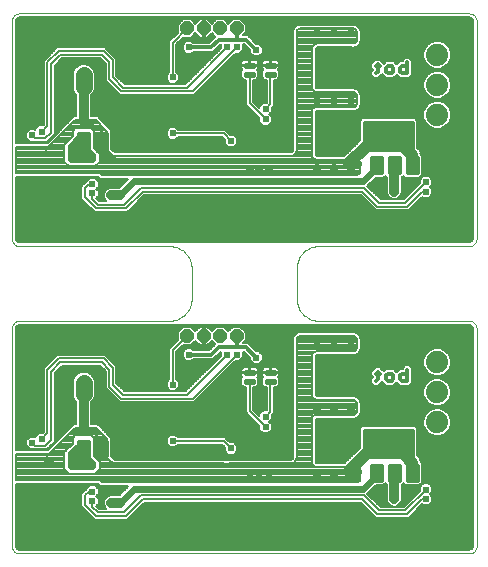
<source format=gbl>
G75*
%MOIN*%
%OFA0B0*%
%FSLAX24Y24*%
%IPPOS*%
%LPD*%
%AMOC8*
5,1,8,0,0,1.08239X$1,22.5*
%
%ADD10C,0.0000*%
%ADD11C,0.0130*%
%ADD12C,0.0740*%
%ADD13OC8,0.0440*%
%ADD14C,0.0101*%
%ADD15C,0.0100*%
%ADD16C,0.0060*%
%ADD17C,0.0277*%
%ADD18C,0.0240*%
%ADD19C,0.0080*%
%ADD20C,0.0356*%
%ADD21C,0.0320*%
%ADD22C,0.0560*%
%ADD23C,0.0400*%
%ADD24C,0.0120*%
%ADD25C,0.0240*%
D10*
X000425Y000238D02*
X015425Y000238D01*
X015455Y000240D01*
X015485Y000245D01*
X015514Y000254D01*
X015541Y000267D01*
X015567Y000282D01*
X015591Y000301D01*
X015612Y000322D01*
X015631Y000346D01*
X015646Y000372D01*
X015659Y000399D01*
X015668Y000428D01*
X015673Y000458D01*
X015675Y000488D01*
X015675Y007738D01*
X015673Y007768D01*
X015668Y007798D01*
X015659Y007827D01*
X015646Y007854D01*
X015631Y007880D01*
X015612Y007904D01*
X015591Y007925D01*
X015567Y007944D01*
X015541Y007959D01*
X015514Y007972D01*
X015485Y007981D01*
X015455Y007986D01*
X015425Y007988D01*
X010425Y007988D01*
X010371Y007990D01*
X010318Y007996D01*
X010266Y008005D01*
X010214Y008018D01*
X010163Y008035D01*
X010113Y008056D01*
X010066Y008080D01*
X010020Y008107D01*
X009976Y008138D01*
X009934Y008171D01*
X009895Y008208D01*
X009858Y008247D01*
X009825Y008289D01*
X009794Y008333D01*
X009767Y008379D01*
X009743Y008426D01*
X009722Y008476D01*
X009705Y008527D01*
X009692Y008579D01*
X009683Y008631D01*
X009677Y008684D01*
X009675Y008738D01*
X009675Y009738D01*
X009677Y009792D01*
X009683Y009845D01*
X009692Y009897D01*
X009705Y009949D01*
X009722Y010000D01*
X009743Y010050D01*
X009767Y010097D01*
X009794Y010143D01*
X009825Y010187D01*
X009858Y010229D01*
X009895Y010268D01*
X009934Y010305D01*
X009976Y010338D01*
X010020Y010369D01*
X010066Y010396D01*
X010113Y010420D01*
X010163Y010441D01*
X010214Y010458D01*
X010266Y010471D01*
X010318Y010480D01*
X010371Y010486D01*
X010425Y010488D01*
X015425Y010488D01*
X015455Y010490D01*
X015485Y010495D01*
X015514Y010504D01*
X015541Y010517D01*
X015567Y010532D01*
X015591Y010551D01*
X015612Y010572D01*
X015631Y010596D01*
X015646Y010622D01*
X015659Y010649D01*
X015668Y010678D01*
X015673Y010708D01*
X015675Y010738D01*
X015675Y017988D01*
X015673Y018018D01*
X015668Y018048D01*
X015659Y018077D01*
X015646Y018104D01*
X015631Y018130D01*
X015612Y018154D01*
X015591Y018175D01*
X015567Y018194D01*
X015541Y018209D01*
X015514Y018222D01*
X015485Y018231D01*
X015455Y018236D01*
X015425Y018238D01*
X000425Y018238D01*
X000395Y018236D01*
X000365Y018231D01*
X000336Y018222D01*
X000309Y018209D01*
X000283Y018194D01*
X000259Y018175D01*
X000238Y018154D01*
X000219Y018130D01*
X000204Y018104D01*
X000191Y018077D01*
X000182Y018048D01*
X000177Y018018D01*
X000175Y017988D01*
X000175Y010738D01*
X000177Y010708D01*
X000182Y010678D01*
X000191Y010649D01*
X000204Y010622D01*
X000219Y010596D01*
X000238Y010572D01*
X000259Y010551D01*
X000283Y010532D01*
X000309Y010517D01*
X000336Y010504D01*
X000365Y010495D01*
X000395Y010490D01*
X000425Y010488D01*
X005425Y010488D01*
X005479Y010486D01*
X005532Y010480D01*
X005584Y010471D01*
X005636Y010458D01*
X005687Y010441D01*
X005737Y010420D01*
X005784Y010396D01*
X005830Y010369D01*
X005874Y010338D01*
X005916Y010305D01*
X005955Y010268D01*
X005992Y010229D01*
X006025Y010187D01*
X006056Y010143D01*
X006083Y010097D01*
X006107Y010050D01*
X006128Y010000D01*
X006145Y009949D01*
X006158Y009897D01*
X006167Y009845D01*
X006173Y009792D01*
X006175Y009738D01*
X006175Y008738D01*
X006173Y008684D01*
X006167Y008631D01*
X006158Y008579D01*
X006145Y008527D01*
X006128Y008476D01*
X006107Y008426D01*
X006083Y008379D01*
X006056Y008333D01*
X006025Y008289D01*
X005992Y008247D01*
X005955Y008208D01*
X005916Y008171D01*
X005874Y008138D01*
X005830Y008107D01*
X005784Y008080D01*
X005737Y008056D01*
X005687Y008035D01*
X005636Y008018D01*
X005584Y008005D01*
X005532Y007996D01*
X005479Y007990D01*
X005425Y007988D01*
X000425Y007988D01*
X000395Y007986D01*
X000365Y007981D01*
X000336Y007972D01*
X000309Y007959D01*
X000283Y007944D01*
X000259Y007925D01*
X000238Y007904D01*
X000219Y007880D01*
X000204Y007854D01*
X000191Y007827D01*
X000182Y007798D01*
X000177Y007768D01*
X000175Y007738D01*
X000175Y000488D01*
X000177Y000458D01*
X000182Y000428D01*
X000191Y000399D01*
X000204Y000372D01*
X000219Y000346D01*
X000238Y000322D01*
X000259Y000301D01*
X000283Y000282D01*
X000309Y000267D01*
X000336Y000254D01*
X000365Y000245D01*
X000395Y000240D01*
X000425Y000238D01*
D11*
X012316Y005990D02*
X012377Y006052D01*
X012377Y006299D01*
X012316Y006237D02*
X012439Y006237D01*
X012653Y006175D02*
X012653Y006052D01*
X012714Y005990D01*
X012838Y005990D01*
X012900Y006052D01*
X012900Y006175D01*
X012838Y006237D01*
X012714Y006237D01*
X012653Y006175D01*
X013113Y006175D02*
X013113Y006052D01*
X013175Y005990D01*
X013360Y005990D01*
X013360Y006360D01*
X013360Y006237D02*
X013175Y006237D01*
X013113Y006175D01*
X013175Y016240D02*
X013113Y016302D01*
X013113Y016425D01*
X013175Y016487D01*
X013360Y016487D01*
X013360Y016610D02*
X013360Y016240D01*
X013175Y016240D01*
X012900Y016302D02*
X012838Y016240D01*
X012714Y016240D01*
X012653Y016302D01*
X012653Y016425D01*
X012714Y016487D01*
X012838Y016487D01*
X012900Y016425D01*
X012900Y016302D01*
X012439Y016487D02*
X012316Y016487D01*
X012377Y016549D02*
X012377Y016302D01*
X012316Y016240D01*
D12*
X014363Y015863D03*
X014363Y016863D03*
X014363Y014863D03*
X014363Y006613D03*
X014363Y005613D03*
X014363Y004613D03*
D13*
X007675Y007488D03*
X007125Y007488D03*
X006575Y007488D03*
X006025Y007488D03*
X006025Y017738D03*
X006575Y017738D03*
X007125Y017738D03*
X007675Y017738D03*
D14*
X003343Y014253D02*
X002983Y014253D01*
X003343Y014253D02*
X003343Y013723D01*
X002983Y013723D01*
X002983Y014253D01*
X002983Y013823D02*
X003343Y013823D01*
X003343Y013923D02*
X002983Y013923D01*
X002983Y014023D02*
X003343Y014023D01*
X003343Y014123D02*
X002983Y014123D01*
X002983Y014223D02*
X003343Y014223D01*
X002743Y014253D02*
X002383Y014253D01*
X002743Y014253D02*
X002743Y013723D01*
X002383Y013723D01*
X002383Y014253D01*
X002383Y013823D02*
X002743Y013823D01*
X002743Y013923D02*
X002383Y013923D01*
X002383Y014023D02*
X002743Y014023D01*
X002743Y014123D02*
X002383Y014123D01*
X002383Y014223D02*
X002743Y014223D01*
X002743Y004003D02*
X002383Y004003D01*
X002743Y004003D02*
X002743Y003473D01*
X002383Y003473D01*
X002383Y004003D01*
X002383Y003573D02*
X002743Y003573D01*
X002743Y003673D02*
X002383Y003673D01*
X002383Y003773D02*
X002743Y003773D01*
X002743Y003873D02*
X002383Y003873D01*
X002383Y003973D02*
X002743Y003973D01*
X002983Y004003D02*
X003343Y004003D01*
X003343Y003473D01*
X002983Y003473D01*
X002983Y004003D01*
X002983Y003573D02*
X003343Y003573D01*
X003343Y003673D02*
X002983Y003673D01*
X002983Y003773D02*
X003343Y003773D01*
X003343Y003873D02*
X002983Y003873D01*
X002983Y003973D02*
X003343Y003973D01*
X012145Y002660D02*
X012505Y002660D01*
X012145Y002660D02*
X012145Y003190D01*
X012505Y003190D01*
X012505Y002660D01*
X012505Y002760D02*
X012145Y002760D01*
X012145Y002860D02*
X012505Y002860D01*
X012505Y002960D02*
X012145Y002960D01*
X012145Y003060D02*
X012505Y003060D01*
X012505Y003160D02*
X012145Y003160D01*
X012745Y002660D02*
X013105Y002660D01*
X012745Y002660D02*
X012745Y003190D01*
X013105Y003190D01*
X013105Y002660D01*
X013105Y002760D02*
X012745Y002760D01*
X012745Y002860D02*
X013105Y002860D01*
X013105Y002960D02*
X012745Y002960D01*
X012745Y003060D02*
X013105Y003060D01*
X013105Y003160D02*
X012745Y003160D01*
X013345Y002660D02*
X013705Y002660D01*
X013345Y002660D02*
X013345Y003190D01*
X013705Y003190D01*
X013705Y002660D01*
X013705Y002760D02*
X013345Y002760D01*
X013345Y002860D02*
X013705Y002860D01*
X013705Y002960D02*
X013345Y002960D01*
X013345Y003060D02*
X013705Y003060D01*
X013705Y003160D02*
X013345Y003160D01*
X013345Y012910D02*
X013705Y012910D01*
X013345Y012910D02*
X013345Y013440D01*
X013705Y013440D01*
X013705Y012910D01*
X013705Y013010D02*
X013345Y013010D01*
X013345Y013110D02*
X013705Y013110D01*
X013705Y013210D02*
X013345Y013210D01*
X013345Y013310D02*
X013705Y013310D01*
X013705Y013410D02*
X013345Y013410D01*
X013105Y012910D02*
X012745Y012910D01*
X012745Y013440D01*
X013105Y013440D01*
X013105Y012910D01*
X013105Y013010D02*
X012745Y013010D01*
X012745Y013110D02*
X013105Y013110D01*
X013105Y013210D02*
X012745Y013210D01*
X012745Y013310D02*
X013105Y013310D01*
X013105Y013410D02*
X012745Y013410D01*
X012505Y012910D02*
X012145Y012910D01*
X012145Y013440D01*
X012505Y013440D01*
X012505Y012910D01*
X012505Y013010D02*
X012145Y013010D01*
X012145Y013110D02*
X012505Y013110D01*
X012505Y013210D02*
X012145Y013210D01*
X012145Y013310D02*
X012505Y013310D01*
X012505Y013410D02*
X012145Y013410D01*
D15*
X011925Y013706D02*
X013550Y013706D01*
X013550Y014613D01*
X011925Y014613D01*
X011925Y013706D01*
X011925Y013725D02*
X013550Y013725D01*
X013550Y013823D02*
X011925Y013823D01*
X011925Y013922D02*
X013550Y013922D01*
X013550Y014020D02*
X011925Y014020D01*
X011925Y014119D02*
X013550Y014119D01*
X013550Y014217D02*
X011925Y014217D01*
X011925Y014316D02*
X013550Y014316D01*
X013550Y014414D02*
X011925Y014414D01*
X011925Y014513D02*
X013550Y014513D01*
X013550Y014611D02*
X011925Y014611D01*
X008950Y016163D02*
X008950Y016263D01*
X008950Y016163D02*
X008650Y016163D01*
X008650Y016263D01*
X008950Y016263D01*
X008950Y016262D02*
X008650Y016262D01*
X008950Y016463D02*
X008950Y016563D01*
X008950Y016463D02*
X008650Y016463D01*
X008650Y016563D01*
X008950Y016563D01*
X008950Y016562D02*
X008650Y016562D01*
X008263Y016563D02*
X008263Y016463D01*
X007963Y016463D01*
X007963Y016563D01*
X008263Y016563D01*
X008263Y016562D02*
X007963Y016562D01*
X008263Y016263D02*
X008263Y016163D01*
X007963Y016163D01*
X007963Y016263D01*
X008263Y016263D01*
X008263Y016262D02*
X007963Y016262D01*
X008263Y006313D02*
X008263Y006213D01*
X007963Y006213D01*
X007963Y006313D01*
X008263Y006313D01*
X008263Y006312D02*
X007963Y006312D01*
X008263Y006013D02*
X008263Y005913D01*
X007963Y005913D01*
X007963Y006013D01*
X008263Y006013D01*
X008263Y006012D02*
X007963Y006012D01*
X008950Y006013D02*
X008950Y005913D01*
X008650Y005913D01*
X008650Y006013D01*
X008950Y006013D01*
X008950Y006012D02*
X008650Y006012D01*
X008950Y006213D02*
X008950Y006313D01*
X008950Y006213D02*
X008650Y006213D01*
X008650Y006313D01*
X008950Y006313D01*
X008950Y006312D02*
X008650Y006312D01*
X011925Y004363D02*
X011925Y003456D01*
X013550Y003456D01*
X013550Y004363D01*
X011925Y004363D01*
X011925Y004269D02*
X013550Y004269D01*
X013550Y004170D02*
X011925Y004170D01*
X011925Y004072D02*
X013550Y004072D01*
X013550Y003973D02*
X011925Y003973D01*
X011925Y003875D02*
X013550Y003875D01*
X013550Y003776D02*
X011925Y003776D01*
X011925Y003678D02*
X013550Y003678D01*
X013550Y003579D02*
X011925Y003579D01*
X011925Y003481D02*
X013550Y003481D01*
D16*
X013690Y003508D02*
X013690Y004420D01*
X013608Y004502D01*
X011867Y004502D01*
X011785Y004420D01*
X011785Y003758D01*
X011270Y003242D01*
X010370Y003242D01*
X010350Y003245D01*
X010338Y003249D01*
X010327Y003256D01*
X010318Y003265D01*
X010311Y003275D01*
X010307Y003287D01*
X010305Y003307D01*
X010305Y004730D01*
X010305Y004732D01*
X010307Y004733D01*
X011505Y004733D01*
X011511Y004727D01*
X011555Y004732D01*
X011570Y004725D01*
X011591Y004733D01*
X011604Y004733D01*
X011610Y004738D01*
X011615Y004739D01*
X011628Y004736D01*
X011636Y004741D01*
X011646Y004742D01*
X011654Y004753D01*
X011661Y004757D01*
X011669Y004760D01*
X011682Y004760D01*
X011689Y004767D01*
X011698Y004770D01*
X011704Y004782D01*
X011710Y004787D01*
X011717Y004792D01*
X011729Y004795D01*
X011734Y004803D01*
X011743Y004808D01*
X011746Y004821D01*
X011750Y004828D01*
X011756Y004834D01*
X011768Y004839D01*
X011771Y004849D01*
X011778Y004856D01*
X011778Y004869D01*
X011780Y004877D01*
X011785Y004884D01*
X011795Y004892D01*
X011796Y004901D01*
X011801Y004910D01*
X011798Y004922D01*
X011799Y004928D01*
X011805Y004934D01*
X011805Y004947D01*
X011812Y004968D01*
X011805Y004982D01*
X011810Y005026D01*
X011805Y005033D01*
X011805Y005192D01*
X011810Y005199D01*
X011805Y005243D01*
X011812Y005257D01*
X011805Y005278D01*
X011805Y005291D01*
X011799Y005297D01*
X011798Y005303D01*
X011801Y005315D01*
X011796Y005324D01*
X011795Y005333D01*
X011785Y005341D01*
X011780Y005348D01*
X011778Y005356D01*
X011778Y005369D01*
X011771Y005376D01*
X011768Y005385D01*
X011756Y005391D01*
X011750Y005397D01*
X011746Y005404D01*
X011743Y005417D01*
X011734Y005422D01*
X011729Y005430D01*
X011717Y005433D01*
X011710Y005438D01*
X011704Y005443D01*
X011698Y005455D01*
X011689Y005458D01*
X011682Y005465D01*
X011669Y005465D01*
X011661Y005468D01*
X011654Y005472D01*
X011646Y005483D01*
X011636Y005484D01*
X011628Y005489D01*
X011615Y005486D01*
X011610Y005487D01*
X011604Y005492D01*
X011591Y005492D01*
X011570Y005500D01*
X011555Y005493D01*
X011511Y005498D01*
X011505Y005492D01*
X010370Y005492D01*
X010350Y005495D01*
X010338Y005499D01*
X010327Y005506D01*
X010318Y005515D01*
X010311Y005525D01*
X010307Y005537D01*
X010305Y005557D01*
X010305Y006793D01*
X010307Y006813D01*
X010311Y006825D01*
X010318Y006835D01*
X010327Y006844D01*
X010338Y006851D01*
X010350Y006855D01*
X010370Y006858D01*
X011505Y006858D01*
X011511Y006852D01*
X011555Y006857D01*
X011570Y006850D01*
X011591Y006858D01*
X011604Y006858D01*
X011610Y006863D01*
X011615Y006864D01*
X011628Y006861D01*
X011636Y006866D01*
X011646Y006867D01*
X011654Y006878D01*
X011661Y006882D01*
X011669Y006885D01*
X011682Y006885D01*
X011689Y006892D01*
X011698Y006895D01*
X011704Y006907D01*
X011710Y006912D01*
X011717Y006917D01*
X011729Y006920D01*
X011734Y006928D01*
X011743Y006933D01*
X011746Y006946D01*
X011750Y006953D01*
X011756Y006959D01*
X011768Y006964D01*
X011771Y006974D01*
X011778Y006981D01*
X011778Y006994D01*
X011780Y007002D01*
X011785Y007009D01*
X011795Y007017D01*
X011796Y007026D01*
X011801Y007035D01*
X011798Y007047D01*
X011799Y007053D01*
X011805Y007059D01*
X011805Y007072D01*
X011812Y007093D01*
X011805Y007107D01*
X011810Y007151D01*
X011805Y007158D01*
X011805Y007317D01*
X011810Y007324D01*
X011805Y007368D01*
X011812Y007382D01*
X011805Y007403D01*
X011805Y007416D01*
X011799Y007422D01*
X011798Y007428D01*
X011801Y007440D01*
X011796Y007449D01*
X011795Y007458D01*
X011785Y007466D01*
X011780Y007473D01*
X011778Y007481D01*
X011778Y007494D01*
X011771Y007501D01*
X011768Y007510D01*
X011756Y007516D01*
X011750Y007522D01*
X011746Y007529D01*
X011743Y007542D01*
X011734Y007547D01*
X011729Y007555D01*
X011717Y007558D01*
X011710Y007563D01*
X011704Y007568D01*
X011698Y007580D01*
X011689Y007583D01*
X011682Y007590D01*
X011669Y007590D01*
X011661Y007593D01*
X011654Y007597D01*
X011646Y007608D01*
X011636Y007609D01*
X011628Y007614D01*
X011615Y007611D01*
X011610Y007612D01*
X011604Y007617D01*
X011591Y007617D01*
X011570Y007625D01*
X011555Y007618D01*
X011511Y007623D01*
X011505Y007617D01*
X009845Y007617D01*
X009839Y007623D01*
X009795Y007618D01*
X009780Y007625D01*
X009759Y007617D01*
X009746Y007617D01*
X009740Y007612D01*
X009735Y007611D01*
X009722Y007614D01*
X009714Y007609D01*
X009704Y007608D01*
X009696Y007597D01*
X009689Y007593D01*
X009681Y007590D01*
X009668Y007590D01*
X009661Y007583D01*
X009652Y007580D01*
X009646Y007568D01*
X009640Y007563D01*
X009633Y007558D01*
X009621Y007555D01*
X009616Y007547D01*
X009607Y007542D01*
X009604Y007529D01*
X009600Y007522D01*
X009594Y007516D01*
X009582Y007510D01*
X009579Y007501D01*
X009572Y007494D01*
X009572Y007481D01*
X009570Y007473D01*
X009565Y007466D01*
X009555Y007458D01*
X009554Y007449D01*
X009549Y007440D01*
X009552Y007428D01*
X009551Y007422D01*
X009545Y007416D01*
X009545Y007403D01*
X009538Y007382D01*
X009545Y007368D01*
X009540Y007324D01*
X009545Y007317D01*
X009545Y003432D01*
X009543Y003412D01*
X009539Y003400D01*
X009532Y003390D01*
X009523Y003381D01*
X009512Y003374D01*
X009500Y003370D01*
X009480Y003367D01*
X003604Y003367D01*
X003492Y003479D01*
X003492Y004104D01*
X003117Y004479D01*
X003041Y004555D01*
X002831Y004555D01*
X002831Y005277D01*
X002895Y005340D01*
X002951Y005476D01*
X002951Y005999D01*
X002895Y006135D01*
X002791Y006239D01*
X002655Y006295D01*
X002508Y006295D01*
X002372Y006239D01*
X002268Y006135D01*
X002211Y005999D01*
X002211Y005476D01*
X002268Y005340D01*
X002331Y005277D01*
X002331Y004555D01*
X002246Y004555D01*
X001371Y003680D01*
X000305Y003680D01*
X000305Y007738D01*
X000309Y007769D01*
X000340Y007822D01*
X000394Y007853D01*
X000425Y007858D01*
X005600Y007858D01*
X005612Y007863D01*
X010238Y007863D01*
X010250Y007858D01*
X015425Y007858D01*
X015456Y007853D01*
X015510Y007822D01*
X015541Y007769D01*
X015545Y007737D01*
X015545Y000487D01*
X015541Y000456D01*
X015510Y000403D01*
X015456Y000372D01*
X015425Y000367D01*
X000425Y000367D01*
X000394Y000372D01*
X000340Y000403D01*
X000309Y000456D01*
X000305Y000487D01*
X000305Y002545D01*
X003059Y002545D01*
X003121Y002483D01*
X004061Y002483D01*
X003753Y002175D01*
X003438Y002175D01*
X003346Y002137D01*
X003276Y002067D01*
X003238Y001975D01*
X003238Y001875D01*
X003276Y001783D01*
X003326Y001732D01*
X003100Y001732D01*
X003002Y001830D01*
X003072Y001901D01*
X003072Y002074D01*
X003003Y002144D01*
X003072Y002213D01*
X003072Y002387D01*
X002949Y002510D01*
X002776Y002510D01*
X002653Y002387D01*
X002653Y002385D01*
X002618Y002350D01*
X002493Y002225D01*
X002493Y001813D01*
X002563Y001743D01*
X002938Y001368D01*
X004037Y001368D01*
X004107Y001438D01*
X004600Y001930D01*
X011813Y001930D01*
X012243Y001500D01*
X012313Y001430D01*
X013412Y001430D01*
X013861Y001879D01*
X013901Y001840D01*
X014074Y001840D01*
X014197Y001963D01*
X014197Y002137D01*
X014128Y002206D01*
X014197Y002276D01*
X014197Y002449D01*
X014074Y002572D01*
X013901Y002572D01*
X013778Y002449D01*
X013778Y002322D01*
X013250Y001795D01*
X012475Y001795D01*
X012033Y002236D01*
X012317Y002520D01*
X012563Y002520D01*
X012625Y002582D01*
X012675Y002532D01*
X012675Y002000D01*
X012713Y001908D01*
X012783Y001838D01*
X012875Y001800D01*
X012975Y001800D01*
X013067Y001838D01*
X013137Y001908D01*
X013175Y002000D01*
X013175Y002532D01*
X013225Y002582D01*
X013287Y002520D01*
X013763Y002520D01*
X013845Y002602D01*
X013845Y003248D01*
X013815Y003278D01*
X013815Y003320D01*
X013771Y003427D01*
X013690Y003508D01*
X013690Y003540D02*
X015545Y003540D01*
X015545Y003482D02*
X013716Y003482D01*
X013772Y003423D02*
X015545Y003423D01*
X015545Y003365D02*
X013797Y003365D01*
X013815Y003306D02*
X015545Y003306D01*
X015545Y003248D02*
X013845Y003248D01*
X013845Y003189D02*
X015545Y003189D01*
X015545Y003131D02*
X013845Y003131D01*
X013845Y003072D02*
X015545Y003072D01*
X015545Y003014D02*
X013845Y003014D01*
X013845Y002955D02*
X015545Y002955D01*
X015545Y002897D02*
X013845Y002897D01*
X013845Y002838D02*
X015545Y002838D01*
X015545Y002780D02*
X013845Y002780D01*
X013845Y002721D02*
X015545Y002721D01*
X015545Y002663D02*
X013845Y002663D01*
X013845Y002604D02*
X015545Y002604D01*
X015545Y002546D02*
X014101Y002546D01*
X014160Y002487D02*
X015545Y002487D01*
X015545Y002429D02*
X014197Y002429D01*
X014197Y002370D02*
X015545Y002370D01*
X015545Y002312D02*
X014197Y002312D01*
X014175Y002253D02*
X015545Y002253D01*
X015545Y002195D02*
X014140Y002195D01*
X014197Y002136D02*
X015545Y002136D01*
X015545Y002078D02*
X014197Y002078D01*
X014197Y002019D02*
X015545Y002019D01*
X015545Y001961D02*
X014195Y001961D01*
X014136Y001902D02*
X015545Y001902D01*
X015545Y001844D02*
X014078Y001844D01*
X013988Y002050D02*
X013863Y002050D01*
X013363Y001550D01*
X012363Y001550D01*
X011863Y002050D01*
X004550Y002050D01*
X003988Y001488D01*
X002988Y001488D01*
X002613Y001863D01*
X002613Y002175D01*
X002738Y002300D01*
X002863Y002300D01*
X003072Y002312D02*
X003890Y002312D01*
X003948Y002370D02*
X003072Y002370D01*
X003031Y002429D02*
X004007Y002429D01*
X003831Y002253D02*
X003072Y002253D01*
X003054Y002195D02*
X003773Y002195D01*
X003345Y002136D02*
X003011Y002136D01*
X003069Y002078D02*
X003286Y002078D01*
X003256Y002019D02*
X003072Y002019D01*
X003072Y001961D02*
X003238Y001961D01*
X003238Y001902D02*
X003072Y001902D01*
X003015Y001844D02*
X003251Y001844D01*
X003275Y001785D02*
X003047Y001785D01*
X003050Y001613D02*
X002863Y001800D01*
X002863Y001988D01*
X002579Y001727D02*
X000305Y001727D01*
X000305Y001785D02*
X002520Y001785D01*
X002493Y001844D02*
X000305Y001844D01*
X000305Y001902D02*
X002493Y001902D01*
X002493Y001961D02*
X000305Y001961D01*
X000305Y002019D02*
X002493Y002019D01*
X002493Y002078D02*
X000305Y002078D01*
X000305Y002136D02*
X002493Y002136D01*
X002493Y002195D02*
X000305Y002195D01*
X000305Y002253D02*
X002521Y002253D01*
X002579Y002312D02*
X000305Y002312D01*
X000305Y002370D02*
X002638Y002370D01*
X002694Y002429D02*
X000305Y002429D01*
X000305Y002487D02*
X002753Y002487D01*
X002972Y002487D02*
X003117Y002487D01*
X002894Y003050D02*
X002144Y003050D01*
X002081Y003113D01*
X002081Y003581D01*
X002363Y003863D01*
X002956Y003269D01*
X002956Y003113D01*
X002894Y003050D01*
X002916Y003072D02*
X002122Y003072D01*
X002081Y003131D02*
X002956Y003131D01*
X002956Y003189D02*
X002081Y003189D01*
X002081Y003248D02*
X002956Y003248D01*
X002919Y003306D02*
X002081Y003306D01*
X002081Y003365D02*
X002860Y003365D01*
X002802Y003423D02*
X002081Y003423D01*
X002081Y003482D02*
X002743Y003482D01*
X002685Y003540D02*
X002081Y003540D01*
X002099Y003599D02*
X002626Y003599D01*
X002568Y003657D02*
X002157Y003657D01*
X002216Y003716D02*
X002509Y003716D01*
X002563Y003738D02*
X002625Y003225D01*
X002206Y003175D01*
X002274Y003774D02*
X002451Y003774D01*
X002392Y003833D02*
X002333Y003833D01*
X002613Y004300D02*
X002613Y004331D01*
X002581Y004363D01*
X002613Y004300D02*
X002863Y004300D01*
X003225Y004000D01*
X003163Y003738D01*
X003492Y003716D02*
X007278Y003716D01*
X007278Y003774D02*
X003492Y003774D01*
X003492Y003833D02*
X005408Y003833D01*
X005463Y003778D02*
X005637Y003778D01*
X005727Y003868D01*
X007188Y003868D01*
X007278Y003778D01*
X007278Y003651D01*
X007401Y003528D01*
X007574Y003528D01*
X007697Y003651D01*
X007697Y003824D01*
X007574Y003947D01*
X007447Y003947D01*
X007357Y004037D01*
X007287Y004107D01*
X005727Y004107D01*
X005637Y004197D01*
X005463Y004197D01*
X005340Y004074D01*
X005340Y003901D01*
X005463Y003778D01*
X005349Y003891D02*
X003492Y003891D01*
X003492Y003950D02*
X005340Y003950D01*
X005340Y004008D02*
X003492Y004008D01*
X003492Y004067D02*
X005340Y004067D01*
X005391Y004125D02*
X003471Y004125D01*
X003413Y004184D02*
X005449Y004184D01*
X005651Y004184D02*
X009545Y004184D01*
X009545Y004242D02*
X003354Y004242D01*
X003296Y004301D02*
X008502Y004301D01*
X008557Y004246D02*
X008434Y004369D01*
X008434Y004497D01*
X008063Y004868D01*
X007993Y004938D01*
X007993Y005773D01*
X007905Y005773D01*
X007823Y005855D01*
X007823Y006070D01*
X007865Y006113D01*
X007850Y006127D01*
X007832Y006158D01*
X007823Y006194D01*
X007823Y006242D01*
X008092Y006242D01*
X008092Y006283D01*
X008092Y006452D01*
X007944Y006452D01*
X007908Y006443D01*
X007877Y006425D01*
X007850Y006398D01*
X007832Y006367D01*
X007823Y006331D01*
X007823Y006283D01*
X008092Y006283D01*
X008133Y006283D01*
X008133Y006452D01*
X008281Y006452D01*
X008317Y006443D01*
X008348Y006425D01*
X008375Y006398D01*
X008393Y006367D01*
X008402Y006331D01*
X008402Y006283D01*
X008133Y006283D01*
X008133Y006242D01*
X008402Y006242D01*
X008402Y006194D01*
X008393Y006158D01*
X008375Y006127D01*
X008360Y006113D01*
X008402Y006070D01*
X008402Y005855D01*
X008320Y005773D01*
X008232Y005773D01*
X008232Y005037D01*
X008434Y004836D01*
X008434Y004887D01*
X008557Y005010D01*
X008680Y005010D01*
X008680Y005773D01*
X008592Y005773D01*
X008510Y005855D01*
X008510Y006070D01*
X008552Y006113D01*
X008538Y006127D01*
X008520Y006158D01*
X008510Y006194D01*
X008510Y006242D01*
X008780Y006242D01*
X008780Y006283D01*
X008780Y006452D01*
X008632Y006452D01*
X008596Y006443D01*
X008564Y006425D01*
X008538Y006398D01*
X008520Y006367D01*
X008510Y006331D01*
X008510Y006283D01*
X008780Y006283D01*
X008820Y006283D01*
X008820Y006452D01*
X008968Y006452D01*
X009004Y006443D01*
X009036Y006425D01*
X009062Y006398D01*
X009080Y006367D01*
X009090Y006331D01*
X009090Y006283D01*
X008820Y006283D01*
X008820Y006242D01*
X009090Y006242D01*
X009090Y006194D01*
X009080Y006158D01*
X009062Y006127D01*
X009048Y006113D01*
X009090Y006070D01*
X009090Y005855D01*
X009008Y005773D01*
X008920Y005773D01*
X008920Y004907D01*
X008854Y004840D01*
X008854Y004713D01*
X008769Y004628D01*
X008854Y004543D01*
X008854Y004369D01*
X008731Y004246D01*
X008557Y004246D01*
X008444Y004359D02*
X003237Y004359D01*
X003179Y004418D02*
X008434Y004418D01*
X008434Y004476D02*
X003120Y004476D01*
X003062Y004535D02*
X008396Y004535D01*
X008337Y004593D02*
X002831Y004593D01*
X002831Y004652D02*
X008279Y004652D01*
X008220Y004710D02*
X002831Y004710D01*
X002831Y004769D02*
X008162Y004769D01*
X008103Y004827D02*
X002831Y004827D01*
X002831Y004886D02*
X008045Y004886D01*
X007993Y004944D02*
X002831Y004944D01*
X002831Y005003D02*
X007993Y005003D01*
X007993Y005061D02*
X002831Y005061D01*
X002831Y005120D02*
X007993Y005120D01*
X007993Y005178D02*
X002831Y005178D01*
X002831Y005237D02*
X007993Y005237D01*
X007993Y005295D02*
X006277Y005295D01*
X006256Y005274D02*
X006326Y005344D01*
X007635Y006653D01*
X007762Y006653D01*
X007885Y006776D01*
X007885Y006949D01*
X007872Y006963D01*
X007925Y006963D01*
X008121Y006767D01*
X008121Y006682D01*
X008244Y006559D01*
X008418Y006559D01*
X008541Y006682D01*
X008541Y006856D01*
X008418Y006979D01*
X008333Y006979D01*
X008050Y007262D01*
X007888Y007262D01*
X007985Y007359D01*
X007985Y007616D01*
X007803Y007797D01*
X007547Y007797D01*
X007400Y007651D01*
X007253Y007797D01*
X006997Y007797D01*
X006850Y007651D01*
X006703Y007797D01*
X006605Y007797D01*
X006605Y007518D01*
X006545Y007518D01*
X006545Y007797D01*
X006447Y007797D01*
X006300Y007651D01*
X006153Y007797D01*
X005897Y007797D01*
X005715Y007616D01*
X005715Y007359D01*
X005721Y007353D01*
X005430Y007062D01*
X005430Y006039D01*
X005340Y005949D01*
X005340Y005776D01*
X005463Y005653D01*
X005637Y005653D01*
X005760Y005776D01*
X005760Y005949D01*
X005670Y006039D01*
X005670Y006963D01*
X005891Y007183D01*
X005897Y007178D01*
X006153Y007178D01*
X006300Y007324D01*
X006447Y007178D01*
X006545Y007178D01*
X006545Y007457D01*
X006605Y007457D01*
X006605Y007178D01*
X006703Y007178D01*
X006850Y007324D01*
X006965Y007209D01*
X006931Y007175D01*
X006931Y007175D01*
X006769Y007012D01*
X006228Y007012D01*
X006168Y007072D01*
X005994Y007072D01*
X005871Y006949D01*
X005871Y006776D01*
X005994Y006653D01*
X006168Y006653D01*
X006228Y006713D01*
X006893Y006713D01*
X007143Y006963D01*
X007166Y006963D01*
X007153Y006949D01*
X007153Y006822D01*
X005969Y005639D01*
X003943Y005639D01*
X003670Y005912D01*
X003670Y006475D01*
X003357Y006787D01*
X003287Y006857D01*
X001688Y006857D01*
X001313Y006482D01*
X001243Y006412D01*
X001243Y004287D01*
X001215Y004260D01*
X001088Y004260D01*
X000965Y004137D01*
X000965Y004119D01*
X000949Y004135D01*
X000776Y004135D01*
X000653Y004012D01*
X000653Y003838D01*
X000776Y003715D01*
X000903Y003715D01*
X000907Y003711D01*
X001350Y003711D01*
X001420Y003782D01*
X001607Y003969D01*
X001607Y006250D01*
X001850Y006493D01*
X003125Y006493D01*
X003305Y006313D01*
X003305Y005750D01*
X003375Y005680D01*
X003782Y005274D01*
X006256Y005274D01*
X006326Y005344D02*
X006326Y005344D01*
X006336Y005354D02*
X007993Y005354D01*
X007993Y005412D02*
X006394Y005412D01*
X006453Y005471D02*
X007993Y005471D01*
X007993Y005529D02*
X006511Y005529D01*
X006570Y005588D02*
X007993Y005588D01*
X007993Y005646D02*
X006628Y005646D01*
X006687Y005705D02*
X007993Y005705D01*
X007993Y005763D02*
X006745Y005763D01*
X006804Y005822D02*
X007855Y005822D01*
X007823Y005880D02*
X006862Y005880D01*
X006921Y005939D02*
X007823Y005939D01*
X007823Y005997D02*
X006979Y005997D01*
X007038Y006056D02*
X007823Y006056D01*
X007863Y006114D02*
X007096Y006114D01*
X007155Y006173D02*
X007828Y006173D01*
X007823Y006231D02*
X007213Y006231D01*
X007272Y006290D02*
X007823Y006290D01*
X007827Y006348D02*
X007330Y006348D01*
X007389Y006407D02*
X007859Y006407D01*
X008092Y006407D02*
X008133Y006407D01*
X008133Y006348D02*
X008092Y006348D01*
X008092Y006290D02*
X008133Y006290D01*
X008366Y006407D02*
X008546Y006407D01*
X008515Y006348D02*
X008398Y006348D01*
X008402Y006290D02*
X008510Y006290D01*
X008510Y006231D02*
X008402Y006231D01*
X008397Y006173D02*
X008516Y006173D01*
X008550Y006114D02*
X008362Y006114D01*
X008402Y006056D02*
X008510Y006056D01*
X008510Y005997D02*
X008402Y005997D01*
X008402Y005939D02*
X008510Y005939D01*
X008510Y005880D02*
X008402Y005880D01*
X008370Y005822D02*
X008543Y005822D01*
X008680Y005763D02*
X008232Y005763D01*
X008232Y005705D02*
X008680Y005705D01*
X008680Y005646D02*
X008232Y005646D01*
X008232Y005588D02*
X008680Y005588D01*
X008680Y005529D02*
X008232Y005529D01*
X008232Y005471D02*
X008680Y005471D01*
X008680Y005412D02*
X008232Y005412D01*
X008232Y005354D02*
X008680Y005354D01*
X008680Y005295D02*
X008232Y005295D01*
X008232Y005237D02*
X008680Y005237D01*
X008680Y005178D02*
X008232Y005178D01*
X008232Y005120D02*
X008680Y005120D01*
X008680Y005061D02*
X008232Y005061D01*
X008267Y005003D02*
X008549Y005003D01*
X008491Y004944D02*
X008326Y004944D01*
X008384Y004886D02*
X008434Y004886D01*
X008644Y004800D02*
X008800Y004956D01*
X008800Y005963D01*
X008920Y005763D02*
X009545Y005763D01*
X009545Y005705D02*
X008920Y005705D01*
X008920Y005646D02*
X009545Y005646D01*
X009545Y005588D02*
X008920Y005588D01*
X008920Y005529D02*
X009545Y005529D01*
X009545Y005471D02*
X008920Y005471D01*
X008920Y005412D02*
X009545Y005412D01*
X009545Y005354D02*
X008920Y005354D01*
X008920Y005295D02*
X009545Y005295D01*
X009545Y005237D02*
X008920Y005237D01*
X008920Y005178D02*
X009545Y005178D01*
X009545Y005120D02*
X008920Y005120D01*
X008920Y005061D02*
X009545Y005061D01*
X009545Y005003D02*
X008920Y005003D01*
X008920Y004944D02*
X009545Y004944D01*
X009545Y004886D02*
X008899Y004886D01*
X008854Y004827D02*
X009545Y004827D01*
X009545Y004769D02*
X008854Y004769D01*
X008851Y004710D02*
X009545Y004710D01*
X009545Y004652D02*
X008792Y004652D01*
X008804Y004593D02*
X009545Y004593D01*
X009545Y004535D02*
X008854Y004535D01*
X008854Y004476D02*
X009545Y004476D01*
X009545Y004418D02*
X008854Y004418D01*
X008844Y004359D02*
X009545Y004359D01*
X009545Y004301D02*
X008785Y004301D01*
X008644Y004456D02*
X008113Y004988D01*
X008113Y005963D01*
X008221Y006582D02*
X007564Y006582D01*
X007506Y006524D02*
X009545Y006524D01*
X009545Y006582D02*
X008442Y006582D01*
X008500Y006641D02*
X009545Y006641D01*
X009545Y006699D02*
X008541Y006699D01*
X008541Y006758D02*
X009545Y006758D01*
X009545Y006816D02*
X008541Y006816D01*
X008522Y006875D02*
X009545Y006875D01*
X009545Y006933D02*
X008464Y006933D01*
X008321Y006992D02*
X009545Y006992D01*
X009545Y007050D02*
X008262Y007050D01*
X008204Y007109D02*
X009545Y007109D01*
X009545Y007167D02*
X008145Y007167D01*
X008087Y007226D02*
X009545Y007226D01*
X009545Y007284D02*
X007910Y007284D01*
X007968Y007343D02*
X009542Y007343D01*
X009544Y007401D02*
X007985Y007401D01*
X007985Y007460D02*
X009556Y007460D01*
X009596Y007518D02*
X007985Y007518D01*
X007985Y007577D02*
X009650Y007577D01*
X010308Y006816D02*
X013949Y006816D01*
X013973Y006873D02*
X013903Y006704D01*
X013903Y006521D01*
X013973Y006352D01*
X014102Y006223D01*
X014271Y006153D01*
X014454Y006153D01*
X014623Y006223D01*
X014752Y006352D01*
X014822Y006521D01*
X014822Y006704D01*
X014752Y006873D01*
X014623Y007002D01*
X014454Y007072D01*
X014271Y007072D01*
X014102Y007002D01*
X013973Y006873D01*
X013974Y006875D02*
X011651Y006875D01*
X011742Y006933D02*
X014032Y006933D01*
X014091Y006992D02*
X011778Y006992D01*
X011799Y007050D02*
X014217Y007050D01*
X014508Y007050D02*
X015545Y007050D01*
X015545Y006992D02*
X014634Y006992D01*
X014693Y006933D02*
X015545Y006933D01*
X015545Y006875D02*
X014751Y006875D01*
X014776Y006816D02*
X015545Y006816D01*
X015545Y006758D02*
X014800Y006758D01*
X014822Y006699D02*
X015545Y006699D01*
X015545Y006641D02*
X014822Y006641D01*
X014822Y006582D02*
X015545Y006582D01*
X015545Y006524D02*
X014822Y006524D01*
X014799Y006465D02*
X015545Y006465D01*
X015545Y006407D02*
X014775Y006407D01*
X014749Y006348D02*
X015545Y006348D01*
X015545Y006290D02*
X014690Y006290D01*
X014632Y006231D02*
X015545Y006231D01*
X015545Y006173D02*
X014502Y006173D01*
X014454Y006072D02*
X014271Y006072D01*
X014102Y006002D01*
X013973Y005873D01*
X013903Y005704D01*
X013903Y005521D01*
X013973Y005352D01*
X014102Y005223D01*
X014271Y005153D01*
X014454Y005153D01*
X014623Y005223D01*
X014752Y005352D01*
X014822Y005521D01*
X014822Y005704D01*
X014752Y005873D01*
X014623Y006002D01*
X014454Y006072D01*
X014495Y006056D02*
X015545Y006056D01*
X015545Y006114D02*
X013515Y006114D01*
X013515Y006056D02*
X014230Y006056D01*
X014223Y006173D02*
X013515Y006173D01*
X013515Y006231D02*
X014093Y006231D01*
X014035Y006290D02*
X013515Y006290D01*
X013515Y006301D02*
X013515Y006425D01*
X013424Y006515D01*
X013296Y006515D01*
X013205Y006425D01*
X013205Y006392D01*
X013111Y006392D01*
X013020Y006301D01*
X013006Y006288D01*
X012993Y006301D01*
X012904Y006390D01*
X012902Y006392D01*
X012839Y006392D01*
X012774Y006392D01*
X012774Y006392D01*
X012650Y006392D01*
X012577Y006318D01*
X012503Y006392D01*
X012442Y006454D01*
X012313Y006454D01*
X012252Y006392D01*
X012252Y006392D01*
X012161Y006301D01*
X012161Y006173D01*
X012220Y006113D01*
X012161Y006054D01*
X012161Y005926D01*
X012252Y005835D01*
X012380Y005835D01*
X012442Y005897D01*
X012515Y005970D01*
X012589Y005897D01*
X012650Y005835D01*
X012715Y005835D01*
X012902Y005835D01*
X013006Y005939D01*
X013049Y005897D01*
X013111Y005835D01*
X013176Y005835D01*
X013424Y005835D01*
X013515Y005926D01*
X013515Y006301D01*
X013515Y006348D02*
X013976Y006348D01*
X013950Y006407D02*
X013515Y006407D01*
X013474Y006465D02*
X013926Y006465D01*
X013903Y006524D02*
X010305Y006524D01*
X010305Y006582D02*
X013903Y006582D01*
X013903Y006641D02*
X010305Y006641D01*
X010305Y006699D02*
X013903Y006699D01*
X013925Y006758D02*
X010305Y006758D01*
X010305Y006465D02*
X013246Y006465D01*
X013205Y006407D02*
X012489Y006407D01*
X012547Y006348D02*
X012606Y006348D01*
X012902Y006392D02*
X012902Y006392D01*
X012946Y006348D02*
X013067Y006348D01*
X013008Y006290D02*
X013004Y006290D01*
X012993Y006301D02*
X012993Y006301D01*
X013006Y005939D02*
X013007Y005939D01*
X013049Y005897D02*
X013049Y005897D01*
X013066Y005880D02*
X012947Y005880D01*
X012605Y005880D02*
X012425Y005880D01*
X012442Y005897D02*
X012442Y005897D01*
X012484Y005939D02*
X012547Y005939D01*
X012589Y005897D02*
X012589Y005897D01*
X012207Y005880D02*
X010305Y005880D01*
X010305Y005822D02*
X013951Y005822D01*
X013927Y005763D02*
X010305Y005763D01*
X010305Y005705D02*
X013903Y005705D01*
X013903Y005646D02*
X010305Y005646D01*
X010305Y005588D02*
X013903Y005588D01*
X013903Y005529D02*
X010310Y005529D01*
X010305Y005939D02*
X012161Y005939D01*
X012161Y005997D02*
X010305Y005997D01*
X010305Y006056D02*
X012162Y006056D01*
X012219Y006114D02*
X010305Y006114D01*
X010305Y006173D02*
X012161Y006173D01*
X012161Y006231D02*
X010305Y006231D01*
X010305Y006290D02*
X012161Y006290D01*
X012208Y006348D02*
X010305Y006348D01*
X010305Y006407D02*
X012266Y006407D01*
X011805Y007109D02*
X015545Y007109D01*
X015545Y007167D02*
X011805Y007167D01*
X011805Y007226D02*
X015545Y007226D01*
X015545Y007284D02*
X011805Y007284D01*
X011808Y007343D02*
X015545Y007343D01*
X015545Y007401D02*
X011806Y007401D01*
X011794Y007460D02*
X015545Y007460D01*
X015545Y007518D02*
X011754Y007518D01*
X011700Y007577D02*
X015545Y007577D01*
X015545Y007635D02*
X007966Y007635D01*
X007907Y007694D02*
X015545Y007694D01*
X015543Y007752D02*
X007849Y007752D01*
X007501Y007752D02*
X007299Y007752D01*
X007357Y007694D02*
X007443Y007694D01*
X006951Y007752D02*
X006749Y007752D01*
X006807Y007694D02*
X006893Y007694D01*
X006605Y007694D02*
X006545Y007694D01*
X006545Y007752D02*
X006605Y007752D01*
X006605Y007635D02*
X006545Y007635D01*
X006545Y007577D02*
X006605Y007577D01*
X006605Y007518D02*
X006545Y007518D01*
X006545Y007401D02*
X006605Y007401D01*
X006605Y007343D02*
X006545Y007343D01*
X006545Y007284D02*
X006605Y007284D01*
X006605Y007226D02*
X006545Y007226D01*
X006399Y007226D02*
X006201Y007226D01*
X006260Y007284D02*
X006340Y007284D01*
X006191Y007050D02*
X006807Y007050D01*
X006865Y007109D02*
X005816Y007109D01*
X005874Y007167D02*
X006924Y007167D01*
X006949Y007226D02*
X006751Y007226D01*
X006810Y007284D02*
X006890Y007284D01*
X007114Y006933D02*
X007153Y006933D01*
X007153Y006875D02*
X007055Y006875D01*
X006997Y006816D02*
X007146Y006816D01*
X007088Y006758D02*
X006938Y006758D01*
X007029Y006699D02*
X006215Y006699D01*
X005948Y006699D02*
X005670Y006699D01*
X005670Y006641D02*
X006971Y006641D01*
X006912Y006582D02*
X005670Y006582D01*
X005670Y006524D02*
X006854Y006524D01*
X006795Y006465D02*
X005670Y006465D01*
X005670Y006407D02*
X006737Y006407D01*
X006678Y006348D02*
X005670Y006348D01*
X005670Y006290D02*
X006620Y006290D01*
X006561Y006231D02*
X005670Y006231D01*
X005670Y006173D02*
X006503Y006173D01*
X006444Y006114D02*
X005670Y006114D01*
X005670Y006056D02*
X006386Y006056D01*
X006327Y005997D02*
X005712Y005997D01*
X005760Y005939D02*
X006269Y005939D01*
X006210Y005880D02*
X005760Y005880D01*
X005760Y005822D02*
X006152Y005822D01*
X006093Y005763D02*
X005748Y005763D01*
X005689Y005705D02*
X006035Y005705D01*
X005976Y005646D02*
X003936Y005646D01*
X003878Y005705D02*
X005411Y005705D01*
X005352Y005763D02*
X003819Y005763D01*
X003761Y005822D02*
X005340Y005822D01*
X005340Y005880D02*
X003702Y005880D01*
X003670Y005939D02*
X005340Y005939D01*
X005388Y005997D02*
X003670Y005997D01*
X003670Y006056D02*
X005430Y006056D01*
X005430Y006114D02*
X003670Y006114D01*
X003670Y006173D02*
X005430Y006173D01*
X005430Y006231D02*
X003670Y006231D01*
X003670Y006290D02*
X005430Y006290D01*
X005430Y006348D02*
X003670Y006348D01*
X003670Y006407D02*
X005430Y006407D01*
X005430Y006465D02*
X003670Y006465D01*
X003621Y006524D02*
X005430Y006524D01*
X005430Y006582D02*
X003563Y006582D01*
X003504Y006641D02*
X005430Y006641D01*
X005430Y006699D02*
X003446Y006699D01*
X003387Y006758D02*
X005430Y006758D01*
X005430Y006816D02*
X003329Y006816D01*
X003238Y006738D02*
X001738Y006738D01*
X001363Y006363D01*
X001363Y004238D01*
X001175Y004050D01*
X001012Y004184D02*
X000305Y004184D01*
X000305Y004242D02*
X001070Y004242D01*
X000965Y004125D02*
X000959Y004125D01*
X000863Y003925D02*
X000956Y003831D01*
X001300Y003831D01*
X001488Y004019D01*
X001488Y006300D01*
X001800Y006613D01*
X003175Y006613D01*
X003425Y006363D01*
X003425Y005800D01*
X003831Y005394D01*
X006206Y005394D01*
X007675Y006863D01*
X007885Y006875D02*
X008013Y006875D01*
X007955Y006933D02*
X007885Y006933D01*
X007885Y006816D02*
X008072Y006816D01*
X008121Y006758D02*
X007867Y006758D01*
X007809Y006699D02*
X008121Y006699D01*
X008162Y006641D02*
X007623Y006641D01*
X007447Y006465D02*
X009545Y006465D01*
X009545Y006407D02*
X009054Y006407D01*
X009085Y006348D02*
X009545Y006348D01*
X009545Y006290D02*
X009090Y006290D01*
X009090Y006231D02*
X009545Y006231D01*
X009545Y006173D02*
X009084Y006173D01*
X009050Y006114D02*
X009545Y006114D01*
X009545Y006056D02*
X009090Y006056D01*
X009090Y005997D02*
X009545Y005997D01*
X009545Y005939D02*
X009090Y005939D01*
X009090Y005880D02*
X009545Y005880D01*
X009545Y005822D02*
X009057Y005822D01*
X008820Y006290D02*
X008780Y006290D01*
X008780Y006348D02*
X008820Y006348D01*
X008820Y006407D02*
X008780Y006407D01*
X007363Y006863D02*
X006019Y005519D01*
X003894Y005519D01*
X003550Y005863D01*
X003550Y006425D01*
X003238Y006738D01*
X003153Y006465D02*
X001822Y006465D01*
X001764Y006407D02*
X003211Y006407D01*
X003270Y006348D02*
X001705Y006348D01*
X001647Y006290D02*
X002494Y006290D01*
X002364Y006231D02*
X001607Y006231D01*
X001607Y006173D02*
X002306Y006173D01*
X002259Y006114D02*
X001607Y006114D01*
X001607Y006056D02*
X002235Y006056D01*
X002211Y005997D02*
X001607Y005997D01*
X001607Y005939D02*
X002211Y005939D01*
X002211Y005880D02*
X001607Y005880D01*
X001607Y005822D02*
X002211Y005822D01*
X002211Y005763D02*
X001607Y005763D01*
X001607Y005705D02*
X002211Y005705D01*
X002211Y005646D02*
X001607Y005646D01*
X001607Y005588D02*
X002211Y005588D01*
X002211Y005529D02*
X001607Y005529D01*
X001607Y005471D02*
X002214Y005471D01*
X002238Y005412D02*
X001607Y005412D01*
X001607Y005354D02*
X002262Y005354D01*
X002313Y005295D02*
X001607Y005295D01*
X001607Y005237D02*
X002331Y005237D01*
X002331Y005178D02*
X001607Y005178D01*
X001607Y005120D02*
X002331Y005120D01*
X002331Y005061D02*
X001607Y005061D01*
X001607Y005003D02*
X002331Y005003D01*
X002331Y004944D02*
X001607Y004944D01*
X001607Y004886D02*
X002331Y004886D01*
X002331Y004827D02*
X001607Y004827D01*
X001607Y004769D02*
X002331Y004769D01*
X002331Y004710D02*
X001607Y004710D01*
X001607Y004652D02*
X002331Y004652D01*
X002331Y004593D02*
X001607Y004593D01*
X001607Y004535D02*
X002226Y004535D01*
X002167Y004476D02*
X001607Y004476D01*
X001607Y004418D02*
X002109Y004418D01*
X002050Y004359D02*
X001607Y004359D01*
X001607Y004301D02*
X001992Y004301D01*
X001933Y004242D02*
X001607Y004242D01*
X001607Y004184D02*
X001875Y004184D01*
X001816Y004125D02*
X001607Y004125D01*
X001607Y004067D02*
X001758Y004067D01*
X001699Y004008D02*
X001607Y004008D01*
X001588Y003950D02*
X001641Y003950D01*
X001582Y003891D02*
X001529Y003891D01*
X001524Y003833D02*
X001471Y003833D01*
X001465Y003774D02*
X001412Y003774D01*
X001407Y003716D02*
X001354Y003716D01*
X001243Y004301D02*
X000305Y004301D01*
X000305Y004359D02*
X001243Y004359D01*
X001243Y004418D02*
X000305Y004418D01*
X000305Y004476D02*
X001243Y004476D01*
X001243Y004535D02*
X000305Y004535D01*
X000305Y004593D02*
X001243Y004593D01*
X001243Y004652D02*
X000305Y004652D01*
X000305Y004710D02*
X001243Y004710D01*
X001243Y004769D02*
X000305Y004769D01*
X000305Y004827D02*
X001243Y004827D01*
X001243Y004886D02*
X000305Y004886D01*
X000305Y004944D02*
X001243Y004944D01*
X001243Y005003D02*
X000305Y005003D01*
X000305Y005061D02*
X001243Y005061D01*
X001243Y005120D02*
X000305Y005120D01*
X000305Y005178D02*
X001243Y005178D01*
X001243Y005237D02*
X000305Y005237D01*
X000305Y005295D02*
X001243Y005295D01*
X001243Y005354D02*
X000305Y005354D01*
X000305Y005412D02*
X001243Y005412D01*
X001243Y005471D02*
X000305Y005471D01*
X000305Y005529D02*
X001243Y005529D01*
X001243Y005588D02*
X000305Y005588D01*
X000305Y005646D02*
X001243Y005646D01*
X001243Y005705D02*
X000305Y005705D01*
X000305Y005763D02*
X001243Y005763D01*
X001243Y005822D02*
X000305Y005822D01*
X000305Y005880D02*
X001243Y005880D01*
X001243Y005939D02*
X000305Y005939D01*
X000305Y005997D02*
X001243Y005997D01*
X001243Y006056D02*
X000305Y006056D01*
X000305Y006114D02*
X001243Y006114D01*
X001243Y006173D02*
X000305Y006173D01*
X000305Y006231D02*
X001243Y006231D01*
X001243Y006290D02*
X000305Y006290D01*
X000305Y006348D02*
X001243Y006348D01*
X001243Y006407D02*
X000305Y006407D01*
X000305Y006465D02*
X001295Y006465D01*
X001354Y006524D02*
X000305Y006524D01*
X000305Y006582D02*
X001412Y006582D01*
X001471Y006641D02*
X000305Y006641D01*
X000305Y006699D02*
X001529Y006699D01*
X001588Y006758D02*
X000305Y006758D01*
X000305Y006816D02*
X001646Y006816D01*
X002668Y006290D02*
X003305Y006290D01*
X003305Y006231D02*
X002798Y006231D01*
X002857Y006173D02*
X003305Y006173D01*
X003305Y006114D02*
X002903Y006114D01*
X002928Y006056D02*
X003305Y006056D01*
X003305Y005997D02*
X002951Y005997D01*
X002951Y005939D02*
X003305Y005939D01*
X003305Y005880D02*
X002951Y005880D01*
X002951Y005822D02*
X003305Y005822D01*
X003305Y005763D02*
X002951Y005763D01*
X002951Y005705D02*
X003351Y005705D01*
X003409Y005646D02*
X002951Y005646D01*
X002951Y005588D02*
X003468Y005588D01*
X003526Y005529D02*
X002951Y005529D01*
X002949Y005471D02*
X003585Y005471D01*
X003643Y005412D02*
X002925Y005412D01*
X002900Y005354D02*
X003702Y005354D01*
X003760Y005295D02*
X002850Y005295D01*
X003492Y003657D02*
X007278Y003657D01*
X007329Y003599D02*
X003492Y003599D01*
X003492Y003540D02*
X007388Y003540D01*
X007488Y003738D02*
X007238Y003988D01*
X005550Y003988D01*
X005709Y004125D02*
X009545Y004125D01*
X009545Y004067D02*
X007328Y004067D01*
X007387Y004008D02*
X009545Y004008D01*
X009545Y003950D02*
X007445Y003950D01*
X007631Y003891D02*
X009545Y003891D01*
X009545Y003833D02*
X007689Y003833D01*
X007697Y003774D02*
X009545Y003774D01*
X009545Y003716D02*
X007697Y003716D01*
X007697Y003657D02*
X009545Y003657D01*
X009545Y003599D02*
X007646Y003599D01*
X007587Y003540D02*
X009545Y003540D01*
X009545Y003482D02*
X003492Y003482D01*
X003548Y003423D02*
X009544Y003423D01*
X010305Y003423D02*
X011450Y003423D01*
X011392Y003365D02*
X010305Y003365D01*
X010305Y003306D02*
X011333Y003306D01*
X011275Y003248D02*
X010342Y003248D01*
X010305Y003482D02*
X011509Y003482D01*
X011567Y003540D02*
X010305Y003540D01*
X010305Y003599D02*
X011626Y003599D01*
X011684Y003657D02*
X010305Y003657D01*
X010305Y003716D02*
X011743Y003716D01*
X011785Y003774D02*
X010305Y003774D01*
X010305Y003833D02*
X011785Y003833D01*
X011785Y003891D02*
X010305Y003891D01*
X010305Y003950D02*
X011785Y003950D01*
X011785Y004008D02*
X010305Y004008D01*
X010305Y004067D02*
X011785Y004067D01*
X011785Y004125D02*
X010305Y004125D01*
X010305Y004184D02*
X011785Y004184D01*
X011785Y004242D02*
X010305Y004242D01*
X010305Y004301D02*
X011785Y004301D01*
X011785Y004359D02*
X010305Y004359D01*
X010305Y004418D02*
X011785Y004418D01*
X011841Y004476D02*
X010305Y004476D01*
X010305Y004535D02*
X013903Y004535D01*
X013903Y004521D02*
X013973Y004352D01*
X014102Y004223D01*
X014271Y004153D01*
X014454Y004153D01*
X014623Y004223D01*
X014752Y004352D01*
X014822Y004521D01*
X014822Y004704D01*
X014752Y004873D01*
X014623Y005002D01*
X014454Y005072D01*
X014271Y005072D01*
X014102Y005002D01*
X013973Y004873D01*
X013903Y004704D01*
X013903Y004521D01*
X013921Y004476D02*
X013634Y004476D01*
X013690Y004418D02*
X013945Y004418D01*
X013970Y004359D02*
X013690Y004359D01*
X013690Y004301D02*
X014024Y004301D01*
X014082Y004242D02*
X013690Y004242D01*
X013690Y004184D02*
X014196Y004184D01*
X014529Y004184D02*
X015545Y004184D01*
X015545Y004242D02*
X014643Y004242D01*
X014701Y004301D02*
X015545Y004301D01*
X015545Y004359D02*
X014755Y004359D01*
X014780Y004418D02*
X015545Y004418D01*
X015545Y004476D02*
X014804Y004476D01*
X014822Y004535D02*
X015545Y004535D01*
X015545Y004593D02*
X014822Y004593D01*
X014822Y004652D02*
X015545Y004652D01*
X015545Y004710D02*
X014820Y004710D01*
X014796Y004769D02*
X015545Y004769D01*
X015545Y004827D02*
X014772Y004827D01*
X014740Y004886D02*
X015545Y004886D01*
X015545Y004944D02*
X014682Y004944D01*
X014623Y005003D02*
X015545Y005003D01*
X015545Y005061D02*
X014482Y005061D01*
X014516Y005178D02*
X015545Y005178D01*
X015545Y005120D02*
X011805Y005120D01*
X011805Y005178D02*
X014209Y005178D01*
X014243Y005061D02*
X011805Y005061D01*
X011808Y005003D02*
X014102Y005003D01*
X014043Y004944D02*
X011805Y004944D01*
X011787Y004886D02*
X013985Y004886D01*
X013953Y004827D02*
X011749Y004827D01*
X011694Y004769D02*
X013929Y004769D01*
X013905Y004710D02*
X010305Y004710D01*
X010305Y004652D02*
X013903Y004652D01*
X013903Y004593D02*
X010305Y004593D01*
X011657Y005471D02*
X013923Y005471D01*
X013948Y005412D02*
X011744Y005412D01*
X011779Y005354D02*
X013972Y005354D01*
X014029Y005295D02*
X011801Y005295D01*
X011806Y005237D02*
X014088Y005237D01*
X014637Y005237D02*
X015545Y005237D01*
X015545Y005295D02*
X014696Y005295D01*
X014753Y005354D02*
X015545Y005354D01*
X015545Y005412D02*
X014777Y005412D01*
X014802Y005471D02*
X015545Y005471D01*
X015545Y005529D02*
X014822Y005529D01*
X014822Y005588D02*
X015545Y005588D01*
X015545Y005646D02*
X014822Y005646D01*
X014822Y005705D02*
X015545Y005705D01*
X015545Y005763D02*
X014798Y005763D01*
X014774Y005822D02*
X015545Y005822D01*
X015545Y005880D02*
X014746Y005880D01*
X014687Y005939D02*
X015545Y005939D01*
X015545Y005997D02*
X014629Y005997D01*
X014096Y005997D02*
X013515Y005997D01*
X013515Y005939D02*
X014038Y005939D01*
X013979Y005880D02*
X013469Y005880D01*
X013690Y004125D02*
X015545Y004125D01*
X015545Y004067D02*
X013690Y004067D01*
X013690Y004008D02*
X015545Y004008D01*
X015545Y003950D02*
X013690Y003950D01*
X013690Y003891D02*
X015545Y003891D01*
X015545Y003833D02*
X013690Y003833D01*
X013690Y003774D02*
X015545Y003774D01*
X015545Y003716D02*
X013690Y003716D01*
X013690Y003657D02*
X015545Y003657D01*
X015545Y003599D02*
X013690Y003599D01*
X013788Y002546D02*
X013874Y002546D01*
X013815Y002487D02*
X013175Y002487D01*
X013175Y002429D02*
X013778Y002429D01*
X013778Y002370D02*
X013175Y002370D01*
X013175Y002312D02*
X013767Y002312D01*
X013708Y002253D02*
X013175Y002253D01*
X013175Y002195D02*
X013650Y002195D01*
X013591Y002136D02*
X013175Y002136D01*
X013175Y002078D02*
X013533Y002078D01*
X013474Y002019D02*
X013175Y002019D01*
X013159Y001961D02*
X013416Y001961D01*
X013357Y001902D02*
X013131Y001902D01*
X013072Y001844D02*
X013299Y001844D01*
X013300Y001675D02*
X013988Y002363D01*
X013897Y001844D02*
X013826Y001844D01*
X013767Y001785D02*
X015545Y001785D01*
X015545Y001727D02*
X013709Y001727D01*
X013650Y001668D02*
X015545Y001668D01*
X015545Y001610D02*
X013592Y001610D01*
X013533Y001551D02*
X015545Y001551D01*
X015545Y001493D02*
X013475Y001493D01*
X013416Y001434D02*
X015545Y001434D01*
X015545Y001376D02*
X004045Y001376D01*
X004104Y001434D02*
X012309Y001434D01*
X012250Y001493D02*
X004162Y001493D01*
X004221Y001551D02*
X012192Y001551D01*
X012133Y001610D02*
X004279Y001610D01*
X004338Y001668D02*
X012075Y001668D01*
X012016Y001727D02*
X004396Y001727D01*
X004455Y001785D02*
X011958Y001785D01*
X011899Y001844D02*
X004513Y001844D01*
X004572Y001902D02*
X011841Y001902D01*
X011925Y002175D02*
X012425Y001675D01*
X013300Y001675D01*
X012778Y001844D02*
X012426Y001844D01*
X012368Y001902D02*
X012719Y001902D01*
X012691Y001961D02*
X012309Y001961D01*
X012251Y002019D02*
X012675Y002019D01*
X012675Y002078D02*
X012192Y002078D01*
X012134Y002136D02*
X012675Y002136D01*
X012675Y002195D02*
X012075Y002195D01*
X012050Y002253D02*
X012675Y002253D01*
X012675Y002312D02*
X012108Y002312D01*
X012167Y002370D02*
X012675Y002370D01*
X012675Y002429D02*
X012225Y002429D01*
X012284Y002487D02*
X012675Y002487D01*
X012662Y002546D02*
X012588Y002546D01*
X013188Y002546D02*
X013262Y002546D01*
X011925Y002175D02*
X004488Y002175D01*
X003925Y001613D01*
X003050Y001613D01*
X002871Y001434D02*
X000305Y001434D01*
X000305Y001376D02*
X002930Y001376D01*
X002813Y001493D02*
X000305Y001493D01*
X000305Y001551D02*
X002754Y001551D01*
X002696Y001610D02*
X000305Y001610D01*
X000305Y001668D02*
X002637Y001668D01*
X000775Y003716D02*
X000305Y003716D01*
X000305Y003774D02*
X000716Y003774D01*
X000658Y003833D02*
X000305Y003833D01*
X000305Y003891D02*
X000653Y003891D01*
X000653Y003950D02*
X000305Y003950D01*
X000305Y004008D02*
X000653Y004008D01*
X000707Y004067D02*
X000305Y004067D01*
X000305Y004125D02*
X000766Y004125D01*
X000305Y006875D02*
X005430Y006875D01*
X005430Y006933D02*
X000305Y006933D01*
X000305Y006992D02*
X005430Y006992D01*
X005430Y007050D02*
X000305Y007050D01*
X000305Y007109D02*
X005476Y007109D01*
X005535Y007167D02*
X000305Y007167D01*
X000305Y007226D02*
X005593Y007226D01*
X005652Y007284D02*
X000305Y007284D01*
X000305Y007343D02*
X005710Y007343D01*
X005715Y007401D02*
X000305Y007401D01*
X000305Y007460D02*
X005715Y007460D01*
X005715Y007518D02*
X000305Y007518D01*
X000305Y007577D02*
X005715Y007577D01*
X005734Y007635D02*
X000305Y007635D01*
X000305Y007694D02*
X005793Y007694D01*
X005851Y007752D02*
X000307Y007752D01*
X000333Y007811D02*
X015517Y007811D01*
X015425Y010617D02*
X010250Y010617D01*
X010238Y010613D01*
X005612Y010613D01*
X005600Y010617D01*
X000425Y010617D01*
X000394Y010622D01*
X000340Y010653D01*
X000309Y010706D01*
X000305Y010738D01*
X000305Y012795D01*
X003059Y012795D01*
X003121Y012733D01*
X004061Y012733D01*
X003753Y012425D01*
X003438Y012425D01*
X003346Y012387D01*
X003276Y012317D01*
X003238Y012225D01*
X003238Y012125D01*
X003276Y012033D01*
X003326Y011982D01*
X003100Y011982D01*
X003002Y012080D01*
X003072Y012151D01*
X003072Y012324D01*
X003003Y012394D01*
X003072Y012463D01*
X003072Y012637D01*
X002949Y012760D01*
X002776Y012760D01*
X002653Y012637D01*
X002653Y012635D01*
X002618Y012600D01*
X002493Y012475D01*
X002493Y012063D01*
X002563Y011993D01*
X002938Y011618D01*
X004037Y011618D01*
X004107Y011688D01*
X004600Y012180D01*
X011813Y012180D01*
X012243Y011750D01*
X012313Y011680D01*
X013412Y011680D01*
X013861Y012129D01*
X013901Y012090D01*
X014074Y012090D01*
X014197Y012213D01*
X014197Y012387D01*
X014128Y012456D01*
X014197Y012526D01*
X014197Y012699D01*
X014074Y012822D01*
X013901Y012822D01*
X013778Y012699D01*
X013778Y012572D01*
X013250Y012045D01*
X012475Y012045D01*
X012033Y012486D01*
X012317Y012770D01*
X012563Y012770D01*
X012625Y012832D01*
X012675Y012782D01*
X012675Y012250D01*
X012713Y012158D01*
X012783Y012088D01*
X012875Y012050D01*
X012975Y012050D01*
X013067Y012088D01*
X013137Y012158D01*
X013175Y012250D01*
X013175Y012782D01*
X013225Y012832D01*
X013287Y012770D01*
X013763Y012770D01*
X013845Y012852D01*
X013845Y013498D01*
X013815Y013528D01*
X013815Y013570D01*
X013771Y013677D01*
X013690Y013758D01*
X013690Y014670D01*
X013608Y014752D01*
X011867Y014752D01*
X011785Y014670D01*
X011785Y014008D01*
X011270Y013492D01*
X010370Y013492D01*
X010350Y013495D01*
X010338Y013499D01*
X010327Y013506D01*
X010318Y013515D01*
X010311Y013525D01*
X010307Y013537D01*
X010305Y013557D01*
X010305Y014980D01*
X010305Y014982D01*
X010307Y014983D01*
X011505Y014983D01*
X011511Y014977D01*
X011555Y014982D01*
X011570Y014975D01*
X011591Y014983D01*
X011604Y014983D01*
X011610Y014988D01*
X011615Y014989D01*
X011628Y014986D01*
X011636Y014991D01*
X011646Y014992D01*
X011654Y015003D01*
X011661Y015007D01*
X011669Y015010D01*
X011682Y015010D01*
X011689Y015017D01*
X011698Y015020D01*
X011704Y015032D01*
X011710Y015037D01*
X011717Y015042D01*
X011729Y015045D01*
X011734Y015053D01*
X011743Y015058D01*
X011746Y015071D01*
X011750Y015078D01*
X011756Y015084D01*
X011768Y015089D01*
X011771Y015099D01*
X011778Y015106D01*
X011778Y015119D01*
X011780Y015127D01*
X011785Y015134D01*
X011795Y015142D01*
X011796Y015151D01*
X011801Y015160D01*
X011798Y015172D01*
X011799Y015178D01*
X011805Y015184D01*
X011805Y015197D01*
X011812Y015218D01*
X011805Y015232D01*
X011810Y015276D01*
X011805Y015283D01*
X011805Y015442D01*
X011810Y015449D01*
X011805Y015493D01*
X011812Y015507D01*
X011805Y015528D01*
X011805Y015541D01*
X011799Y015547D01*
X011798Y015553D01*
X011801Y015565D01*
X011796Y015574D01*
X011795Y015583D01*
X011785Y015591D01*
X013983Y015591D01*
X013973Y015602D02*
X014102Y015473D01*
X014271Y015403D01*
X014454Y015403D01*
X014623Y015473D01*
X014752Y015602D01*
X014822Y015771D01*
X014822Y015954D01*
X014752Y016123D01*
X014623Y016252D01*
X014454Y016322D01*
X014271Y016322D01*
X014102Y016252D01*
X013973Y016123D01*
X013903Y015954D01*
X013903Y015771D01*
X013973Y015602D01*
X013953Y015650D02*
X011748Y015650D01*
X011750Y015647D02*
X011746Y015654D01*
X011743Y015667D01*
X011734Y015672D01*
X011729Y015680D01*
X011717Y015683D01*
X011710Y015688D01*
X011704Y015693D01*
X011698Y015705D01*
X011689Y015708D01*
X013929Y015708D01*
X013904Y015767D02*
X010317Y015767D01*
X010318Y015765D02*
X010311Y015775D01*
X010307Y015787D01*
X010305Y015807D01*
X010305Y017043D01*
X010307Y017063D01*
X010311Y017075D01*
X010318Y017085D01*
X010327Y017094D01*
X010338Y017101D01*
X010350Y017105D01*
X010370Y017108D01*
X011505Y017108D01*
X011511Y017102D01*
X011555Y017107D01*
X011570Y017100D01*
X011591Y017108D01*
X011604Y017108D01*
X011610Y017113D01*
X011615Y017114D01*
X011628Y017111D01*
X011636Y017116D01*
X011646Y017117D01*
X011654Y017128D01*
X011661Y017132D01*
X011669Y017135D01*
X011682Y017135D01*
X011689Y017142D01*
X011698Y017145D01*
X011704Y017157D01*
X011710Y017162D01*
X011717Y017167D01*
X011729Y017170D01*
X011734Y017178D01*
X011743Y017183D01*
X011746Y017196D01*
X011750Y017203D01*
X011756Y017209D01*
X011768Y017214D01*
X011771Y017224D01*
X011778Y017231D01*
X011778Y017244D01*
X011780Y017251D01*
X011785Y017259D01*
X011795Y017267D01*
X011796Y017276D01*
X011801Y017285D01*
X011798Y017297D01*
X011799Y017303D01*
X011805Y017309D01*
X011805Y017322D01*
X011812Y017343D01*
X011805Y017357D01*
X011810Y017401D01*
X011805Y017408D01*
X011805Y017567D01*
X011810Y017574D01*
X011805Y017618D01*
X011812Y017632D01*
X011805Y017653D01*
X011805Y017666D01*
X011799Y017672D01*
X011798Y017678D01*
X011801Y017690D01*
X011796Y017699D01*
X011795Y017708D01*
X011785Y017716D01*
X011780Y017723D01*
X011778Y017731D01*
X011778Y017744D01*
X011771Y017751D01*
X011768Y017760D01*
X011756Y017766D01*
X011750Y017772D01*
X011746Y017779D01*
X011743Y017792D01*
X011734Y017797D01*
X011729Y017805D01*
X011717Y017808D01*
X011710Y017813D01*
X011704Y017818D01*
X011698Y017830D01*
X011689Y017833D01*
X011682Y017840D01*
X011669Y017840D01*
X011661Y017843D01*
X011654Y017847D01*
X011646Y017858D01*
X011636Y017859D01*
X011628Y017864D01*
X011615Y017861D01*
X011610Y017862D01*
X011604Y017867D01*
X011591Y017867D01*
X011570Y017875D01*
X011555Y017868D01*
X011511Y017873D01*
X011505Y017867D01*
X009845Y017867D01*
X009839Y017873D01*
X009795Y017868D01*
X009780Y017875D01*
X009759Y017867D01*
X009746Y017867D01*
X009740Y017862D01*
X009735Y017861D01*
X009722Y017864D01*
X009714Y017859D01*
X009704Y017858D01*
X009696Y017847D01*
X009689Y017843D01*
X009681Y017840D01*
X009668Y017840D01*
X009661Y017833D01*
X009652Y017830D01*
X009646Y017818D01*
X009640Y017813D01*
X009633Y017808D01*
X009621Y017805D01*
X009616Y017797D01*
X009607Y017792D01*
X009604Y017779D01*
X009600Y017772D01*
X009594Y017766D01*
X009582Y017760D01*
X009579Y017751D01*
X009572Y017744D01*
X009572Y017731D01*
X009570Y017723D01*
X009565Y017716D01*
X009555Y017708D01*
X009554Y017699D01*
X009549Y017690D01*
X009552Y017678D01*
X009551Y017672D01*
X009545Y017666D01*
X009545Y017653D01*
X009538Y017632D01*
X009545Y017618D01*
X009540Y017574D01*
X009545Y017567D01*
X009545Y013682D01*
X009543Y013662D01*
X009539Y013650D01*
X009532Y013640D01*
X009523Y013631D01*
X009512Y013624D01*
X009500Y013620D01*
X009480Y013617D01*
X003604Y013617D01*
X003492Y013729D01*
X003492Y014354D01*
X003117Y014729D01*
X003041Y014805D01*
X002831Y014805D01*
X002831Y015527D01*
X002895Y015590D01*
X002951Y015726D01*
X002951Y016249D01*
X002895Y016385D01*
X002791Y016489D01*
X002655Y016545D01*
X002508Y016545D01*
X002372Y016489D01*
X002268Y016385D01*
X002211Y016249D01*
X002211Y015726D01*
X002268Y015590D01*
X002331Y015527D01*
X002331Y014805D01*
X002246Y014805D01*
X001371Y013930D01*
X000305Y013930D01*
X000305Y017988D01*
X000309Y018019D01*
X000340Y018072D01*
X000394Y018103D01*
X000425Y018108D01*
X015425Y018108D01*
X015456Y018103D01*
X015510Y018072D01*
X015541Y018019D01*
X015545Y017988D01*
X015545Y010737D01*
X015541Y010706D01*
X015510Y010653D01*
X015456Y010622D01*
X015425Y010617D01*
X015433Y010619D02*
X000417Y010619D01*
X000326Y010677D02*
X015524Y010677D01*
X015545Y010736D02*
X000305Y010736D01*
X000305Y010794D02*
X015545Y010794D01*
X015545Y010853D02*
X000305Y010853D01*
X000305Y010911D02*
X015545Y010911D01*
X015545Y010970D02*
X000305Y010970D01*
X000305Y011028D02*
X015545Y011028D01*
X015545Y011087D02*
X000305Y011087D01*
X000305Y011145D02*
X015545Y011145D01*
X015545Y011204D02*
X000305Y011204D01*
X000305Y011262D02*
X015545Y011262D01*
X015545Y011321D02*
X000305Y011321D01*
X000305Y011379D02*
X015545Y011379D01*
X015545Y011438D02*
X000305Y011438D01*
X000305Y011496D02*
X015545Y011496D01*
X015545Y011555D02*
X000305Y011555D01*
X000305Y011613D02*
X015545Y011613D01*
X015545Y011672D02*
X004091Y011672D01*
X004150Y011730D02*
X012263Y011730D01*
X012204Y011789D02*
X004208Y011789D01*
X004267Y011847D02*
X012146Y011847D01*
X012087Y011906D02*
X004325Y011906D01*
X004384Y011964D02*
X012029Y011964D01*
X011970Y012023D02*
X004442Y012023D01*
X004501Y012081D02*
X011912Y012081D01*
X011853Y012140D02*
X004559Y012140D01*
X004550Y012300D02*
X003988Y011738D01*
X002988Y011738D01*
X002613Y012113D01*
X002613Y012425D01*
X002738Y012550D01*
X002863Y012550D01*
X003072Y012549D02*
X003877Y012549D01*
X003819Y012491D02*
X003072Y012491D01*
X003042Y012432D02*
X003760Y012432D01*
X003936Y012608D02*
X003072Y012608D01*
X003043Y012666D02*
X003994Y012666D01*
X004053Y012725D02*
X002985Y012725D01*
X003071Y012783D02*
X000305Y012783D01*
X000305Y012725D02*
X002740Y012725D01*
X002682Y012666D02*
X000305Y012666D01*
X000305Y012608D02*
X002625Y012608D01*
X002567Y012549D02*
X000305Y012549D01*
X000305Y012491D02*
X002508Y012491D01*
X002493Y012432D02*
X000305Y012432D01*
X000305Y012374D02*
X002493Y012374D01*
X002493Y012315D02*
X000305Y012315D01*
X000305Y012257D02*
X002493Y012257D01*
X002493Y012198D02*
X000305Y012198D01*
X000305Y012140D02*
X002493Y012140D01*
X002493Y012081D02*
X000305Y012081D01*
X000305Y012023D02*
X002533Y012023D01*
X002591Y011964D02*
X000305Y011964D01*
X000305Y011906D02*
X002650Y011906D01*
X002708Y011847D02*
X000305Y011847D01*
X000305Y011789D02*
X002767Y011789D01*
X002825Y011730D02*
X000305Y011730D01*
X000305Y011672D02*
X002884Y011672D01*
X003050Y011863D02*
X002863Y012050D01*
X002863Y012238D01*
X003023Y012374D02*
X003333Y012374D01*
X003275Y012315D02*
X003072Y012315D01*
X003072Y012257D02*
X003251Y012257D01*
X003238Y012198D02*
X003072Y012198D01*
X003062Y012140D02*
X003238Y012140D01*
X003256Y012081D02*
X003003Y012081D01*
X003060Y012023D02*
X003286Y012023D01*
X003050Y011863D02*
X003925Y011863D01*
X004488Y012425D01*
X011925Y012425D01*
X012425Y011925D01*
X013300Y011925D01*
X013988Y012613D01*
X014197Y012608D02*
X015545Y012608D01*
X015545Y012666D02*
X014197Y012666D01*
X014172Y012725D02*
X015545Y012725D01*
X015545Y012783D02*
X014114Y012783D01*
X014197Y012549D02*
X015545Y012549D01*
X015545Y012491D02*
X014163Y012491D01*
X014152Y012432D02*
X015545Y012432D01*
X015545Y012374D02*
X014197Y012374D01*
X014197Y012315D02*
X015545Y012315D01*
X015545Y012257D02*
X014197Y012257D01*
X014183Y012198D02*
X015545Y012198D01*
X015545Y012140D02*
X014124Y012140D01*
X013988Y012300D02*
X013863Y012300D01*
X013363Y011800D01*
X012363Y011800D01*
X011863Y012300D01*
X004550Y012300D01*
X003561Y013661D02*
X009542Y013661D01*
X009545Y013719D02*
X003502Y013719D01*
X003492Y013778D02*
X007400Y013778D01*
X007401Y013778D02*
X007574Y013778D01*
X007697Y013901D01*
X007697Y014074D01*
X007574Y014197D01*
X007447Y014197D01*
X007357Y014287D01*
X007287Y014357D01*
X005727Y014357D01*
X005637Y014447D01*
X005463Y014447D01*
X005340Y014324D01*
X005340Y014151D01*
X005463Y014028D01*
X005637Y014028D01*
X005727Y014118D01*
X007188Y014118D01*
X007278Y014028D01*
X007278Y013901D01*
X007401Y013778D01*
X007342Y013836D02*
X003492Y013836D01*
X003492Y013895D02*
X007283Y013895D01*
X007278Y013953D02*
X003492Y013953D01*
X003492Y014012D02*
X007278Y014012D01*
X007235Y014070D02*
X005680Y014070D01*
X005550Y014238D02*
X007238Y014238D01*
X007488Y013988D01*
X007643Y014129D02*
X009545Y014129D01*
X009545Y014187D02*
X007585Y014187D01*
X007697Y014070D02*
X009545Y014070D01*
X009545Y014012D02*
X007697Y014012D01*
X007697Y013953D02*
X009545Y013953D01*
X009545Y013895D02*
X007692Y013895D01*
X007633Y013836D02*
X009545Y013836D01*
X009545Y013778D02*
X007575Y013778D01*
X007399Y014246D02*
X009545Y014246D01*
X009545Y014304D02*
X007341Y014304D01*
X008116Y015065D02*
X002831Y015065D01*
X002831Y015123D02*
X008057Y015123D01*
X008063Y015118D02*
X007993Y015188D01*
X007993Y016023D01*
X007905Y016023D01*
X007823Y016105D01*
X007823Y016320D01*
X007865Y016363D01*
X007850Y016377D01*
X007832Y016408D01*
X007823Y016444D01*
X007823Y016492D01*
X008092Y016492D01*
X008092Y016533D01*
X008092Y016702D01*
X007944Y016702D01*
X007908Y016693D01*
X007877Y016675D01*
X007850Y016648D01*
X007832Y016617D01*
X007823Y016581D01*
X007823Y016533D01*
X008092Y016533D01*
X008133Y016533D01*
X008133Y016702D01*
X008281Y016702D01*
X008317Y016693D01*
X008348Y016675D01*
X008375Y016648D01*
X008393Y016617D01*
X008402Y016581D01*
X008402Y016533D01*
X008133Y016533D01*
X008133Y016492D01*
X008402Y016492D01*
X008402Y016444D01*
X008393Y016408D01*
X008375Y016377D01*
X008360Y016363D01*
X008402Y016320D01*
X008402Y016105D01*
X008320Y016023D01*
X008232Y016023D01*
X008232Y015287D01*
X008434Y015086D01*
X008434Y015137D01*
X008557Y015260D01*
X008680Y015260D01*
X008680Y016023D01*
X008592Y016023D01*
X008510Y016105D01*
X008510Y016320D01*
X008552Y016363D01*
X008538Y016377D01*
X008520Y016408D01*
X008510Y016444D01*
X008510Y016492D01*
X008780Y016492D01*
X008780Y016533D01*
X008780Y016702D01*
X008632Y016702D01*
X008596Y016693D01*
X008564Y016675D01*
X008538Y016648D01*
X008520Y016617D01*
X008510Y016581D01*
X008510Y016533D01*
X008780Y016533D01*
X008820Y016533D01*
X008820Y016702D01*
X008968Y016702D01*
X009004Y016693D01*
X009036Y016675D01*
X009062Y016648D01*
X009080Y016617D01*
X009090Y016581D01*
X009090Y016533D01*
X008820Y016533D01*
X008820Y016492D01*
X009090Y016492D01*
X009090Y016444D01*
X009080Y016408D01*
X009062Y016377D01*
X009048Y016363D01*
X009090Y016320D01*
X009090Y016105D01*
X009008Y016023D01*
X008920Y016023D01*
X008920Y015157D01*
X008854Y015090D01*
X008854Y014963D01*
X008769Y014878D01*
X008854Y014793D01*
X008854Y014619D01*
X008731Y014496D01*
X008557Y014496D01*
X008434Y014619D01*
X008434Y014747D01*
X008063Y015118D01*
X007999Y015182D02*
X002831Y015182D01*
X002831Y015240D02*
X007993Y015240D01*
X007993Y015299D02*
X002831Y015299D01*
X002831Y015357D02*
X007993Y015357D01*
X007993Y015416D02*
X002831Y015416D01*
X002831Y015474D02*
X007993Y015474D01*
X007993Y015533D02*
X006265Y015533D01*
X006256Y015524D02*
X006326Y015594D01*
X007635Y016903D01*
X007762Y016903D01*
X007885Y017026D01*
X007885Y017199D01*
X007872Y017213D01*
X007925Y017213D01*
X008121Y017017D01*
X008121Y016932D01*
X008244Y016809D01*
X008418Y016809D01*
X008541Y016932D01*
X008541Y017106D01*
X008418Y017229D01*
X008333Y017229D01*
X009545Y017229D01*
X009545Y017171D02*
X008476Y017171D01*
X008535Y017112D02*
X009545Y017112D01*
X009545Y017054D02*
X008541Y017054D01*
X008541Y016995D02*
X009545Y016995D01*
X009545Y016937D02*
X008541Y016937D01*
X008488Y016878D02*
X009545Y016878D01*
X009545Y016820D02*
X008429Y016820D01*
X008377Y016644D02*
X008535Y016644D01*
X008511Y016586D02*
X008401Y016586D01*
X008402Y016469D02*
X008510Y016469D01*
X008519Y016410D02*
X008393Y016410D01*
X008371Y016352D02*
X008541Y016352D01*
X008510Y016293D02*
X008402Y016293D01*
X008402Y016235D02*
X008510Y016235D01*
X008510Y016176D02*
X008402Y016176D01*
X008402Y016118D02*
X008510Y016118D01*
X008555Y016059D02*
X008357Y016059D01*
X008232Y016001D02*
X008680Y016001D01*
X008680Y015942D02*
X008232Y015942D01*
X008232Y015884D02*
X008680Y015884D01*
X008680Y015825D02*
X008232Y015825D01*
X008232Y015767D02*
X008680Y015767D01*
X008680Y015708D02*
X008232Y015708D01*
X008232Y015650D02*
X008680Y015650D01*
X008680Y015591D02*
X008232Y015591D01*
X008232Y015533D02*
X008680Y015533D01*
X008680Y015474D02*
X008232Y015474D01*
X008232Y015416D02*
X008680Y015416D01*
X008680Y015357D02*
X008232Y015357D01*
X008232Y015299D02*
X008680Y015299D01*
X008800Y015206D02*
X008800Y016213D01*
X008920Y016001D02*
X009545Y016001D01*
X009545Y016059D02*
X009045Y016059D01*
X009090Y016118D02*
X009545Y016118D01*
X009545Y016176D02*
X009090Y016176D01*
X009090Y016235D02*
X009545Y016235D01*
X009545Y016293D02*
X009090Y016293D01*
X009059Y016352D02*
X009545Y016352D01*
X009545Y016410D02*
X009081Y016410D01*
X009090Y016469D02*
X009545Y016469D01*
X009545Y016527D02*
X008820Y016527D01*
X008780Y016527D02*
X008133Y016527D01*
X008092Y016527D02*
X007259Y016527D01*
X007201Y016469D02*
X007823Y016469D01*
X007832Y016410D02*
X007142Y016410D01*
X007084Y016352D02*
X007854Y016352D01*
X007823Y016293D02*
X007025Y016293D01*
X006967Y016235D02*
X007823Y016235D01*
X007823Y016176D02*
X006908Y016176D01*
X006850Y016118D02*
X007823Y016118D01*
X007868Y016059D02*
X006791Y016059D01*
X006733Y016001D02*
X007993Y016001D01*
X007993Y015942D02*
X006674Y015942D01*
X006616Y015884D02*
X007993Y015884D01*
X007993Y015825D02*
X006557Y015825D01*
X006499Y015767D02*
X007993Y015767D01*
X007993Y015708D02*
X006440Y015708D01*
X006382Y015650D02*
X007993Y015650D01*
X007993Y015591D02*
X006323Y015591D01*
X006256Y015524D02*
X003782Y015524D01*
X003375Y015930D01*
X003305Y016000D01*
X003305Y016563D01*
X003125Y016743D01*
X001850Y016743D01*
X001607Y016500D01*
X001607Y014219D01*
X001420Y014032D01*
X001350Y013961D01*
X000907Y013961D01*
X000903Y013965D01*
X000776Y013965D01*
X000653Y014088D01*
X000653Y014262D01*
X000776Y014385D01*
X000949Y014385D01*
X000965Y014369D01*
X000965Y014387D01*
X001088Y014510D01*
X001215Y014510D01*
X001243Y014537D01*
X001243Y016662D01*
X001313Y016732D01*
X001688Y017107D01*
X003287Y017107D01*
X003357Y017037D01*
X003670Y016725D01*
X003670Y016162D01*
X003943Y015889D01*
X005969Y015889D01*
X007153Y017072D01*
X007153Y017199D01*
X007166Y017213D01*
X007143Y017213D01*
X006893Y016963D01*
X006228Y016963D01*
X006168Y016903D01*
X005994Y016903D01*
X005871Y017026D01*
X005871Y017199D01*
X005994Y017322D01*
X006168Y017322D01*
X006228Y017262D01*
X006769Y017262D01*
X006931Y017425D01*
X006965Y017459D01*
X006850Y017574D01*
X006703Y017428D01*
X006605Y017428D01*
X006605Y017707D01*
X006545Y017707D01*
X006545Y017428D01*
X006447Y017428D01*
X006300Y017574D01*
X006153Y017428D01*
X005897Y017428D01*
X005891Y017433D01*
X005670Y017213D01*
X005670Y016289D01*
X005760Y016199D01*
X005760Y016026D01*
X005637Y015903D01*
X005463Y015903D01*
X005340Y016026D01*
X005340Y016199D01*
X005430Y016289D01*
X005430Y017312D01*
X005721Y017603D01*
X005715Y017609D01*
X005715Y017866D01*
X005897Y018047D01*
X006153Y018047D01*
X006300Y017901D01*
X006447Y018047D01*
X006545Y018047D01*
X006545Y017768D01*
X006605Y017768D01*
X006605Y018047D01*
X006703Y018047D01*
X006850Y017901D01*
X006997Y018047D01*
X007253Y018047D01*
X007400Y017901D01*
X007547Y018047D01*
X007803Y018047D01*
X007985Y017866D01*
X007985Y017609D01*
X007888Y017512D01*
X008050Y017512D01*
X008333Y017229D01*
X008275Y017288D02*
X009545Y017288D01*
X009545Y017346D02*
X008216Y017346D01*
X008158Y017405D02*
X009545Y017405D01*
X009545Y017463D02*
X008099Y017463D01*
X007956Y017580D02*
X009541Y017580D01*
X009545Y017522D02*
X007897Y017522D01*
X007985Y017639D02*
X009540Y017639D01*
X009553Y017697D02*
X007985Y017697D01*
X007985Y017756D02*
X009581Y017756D01*
X009642Y017814D02*
X007985Y017814D01*
X007978Y017873D02*
X009774Y017873D01*
X009785Y017873D02*
X009838Y017873D01*
X009839Y017873D02*
X011511Y017873D01*
X011512Y017873D02*
X011565Y017873D01*
X011576Y017873D02*
X015545Y017873D01*
X015545Y017931D02*
X007920Y017931D01*
X007861Y017990D02*
X015545Y017990D01*
X015524Y018048D02*
X000326Y018048D01*
X000305Y017990D02*
X005839Y017990D01*
X005780Y017931D02*
X000305Y017931D01*
X000305Y017873D02*
X005722Y017873D01*
X005715Y017814D02*
X000305Y017814D01*
X000305Y017756D02*
X005715Y017756D01*
X005715Y017697D02*
X000305Y017697D01*
X000305Y017639D02*
X005715Y017639D01*
X005698Y017580D02*
X000305Y017580D01*
X000305Y017522D02*
X005639Y017522D01*
X005581Y017463D02*
X000305Y017463D01*
X000305Y017405D02*
X005522Y017405D01*
X005464Y017346D02*
X000305Y017346D01*
X000305Y017288D02*
X005430Y017288D01*
X005430Y017229D02*
X000305Y017229D01*
X000305Y017171D02*
X005430Y017171D01*
X005430Y017112D02*
X000305Y017112D01*
X000305Y017054D02*
X001634Y017054D01*
X001575Y016995D02*
X000305Y016995D01*
X000305Y016937D02*
X001517Y016937D01*
X001458Y016878D02*
X000305Y016878D01*
X000305Y016820D02*
X001400Y016820D01*
X001341Y016761D02*
X000305Y016761D01*
X000305Y016703D02*
X001283Y016703D01*
X001243Y016644D02*
X000305Y016644D01*
X000305Y016586D02*
X001243Y016586D01*
X001243Y016527D02*
X000305Y016527D01*
X000305Y016469D02*
X001243Y016469D01*
X001243Y016410D02*
X000305Y016410D01*
X000305Y016352D02*
X001243Y016352D01*
X001243Y016293D02*
X000305Y016293D01*
X000305Y016235D02*
X001243Y016235D01*
X001243Y016176D02*
X000305Y016176D01*
X000305Y016118D02*
X001243Y016118D01*
X001243Y016059D02*
X000305Y016059D01*
X000305Y016001D02*
X001243Y016001D01*
X001243Y015942D02*
X000305Y015942D01*
X000305Y015884D02*
X001243Y015884D01*
X001243Y015825D02*
X000305Y015825D01*
X000305Y015767D02*
X001243Y015767D01*
X001243Y015708D02*
X000305Y015708D01*
X000305Y015650D02*
X001243Y015650D01*
X001243Y015591D02*
X000305Y015591D01*
X000305Y015533D02*
X001243Y015533D01*
X001243Y015474D02*
X000305Y015474D01*
X000305Y015416D02*
X001243Y015416D01*
X001243Y015357D02*
X000305Y015357D01*
X000305Y015299D02*
X001243Y015299D01*
X001243Y015240D02*
X000305Y015240D01*
X000305Y015182D02*
X001243Y015182D01*
X001243Y015123D02*
X000305Y015123D01*
X000305Y015065D02*
X001243Y015065D01*
X001243Y015006D02*
X000305Y015006D01*
X000305Y014948D02*
X001243Y014948D01*
X001243Y014889D02*
X000305Y014889D01*
X000305Y014831D02*
X001243Y014831D01*
X001243Y014772D02*
X000305Y014772D01*
X000305Y014714D02*
X001243Y014714D01*
X001243Y014655D02*
X000305Y014655D01*
X000305Y014597D02*
X001243Y014597D01*
X001243Y014538D02*
X000305Y014538D01*
X000305Y014480D02*
X001058Y014480D01*
X000999Y014421D02*
X000305Y014421D01*
X000305Y014363D02*
X000753Y014363D01*
X000695Y014304D02*
X000305Y014304D01*
X000305Y014246D02*
X000653Y014246D01*
X000653Y014187D02*
X000305Y014187D01*
X000305Y014129D02*
X000653Y014129D01*
X000670Y014070D02*
X000305Y014070D01*
X000305Y014012D02*
X000729Y014012D01*
X000863Y014175D02*
X000956Y014081D01*
X001300Y014081D01*
X001488Y014269D01*
X001488Y016550D01*
X001800Y016863D01*
X003175Y016863D01*
X003425Y016613D01*
X003425Y016050D01*
X003831Y015644D01*
X006206Y015644D01*
X007675Y017113D01*
X007885Y017112D02*
X008026Y017112D01*
X008084Y017054D02*
X007885Y017054D01*
X007855Y016995D02*
X008121Y016995D01*
X008121Y016937D02*
X007796Y016937D01*
X007610Y016878D02*
X008175Y016878D01*
X008233Y016820D02*
X007552Y016820D01*
X007493Y016761D02*
X009545Y016761D01*
X009545Y016703D02*
X007435Y016703D01*
X007376Y016644D02*
X007848Y016644D01*
X007824Y016586D02*
X007318Y016586D01*
X007017Y016937D02*
X006202Y016937D01*
X005960Y016937D02*
X005670Y016937D01*
X005670Y016995D02*
X005902Y016995D01*
X005871Y017054D02*
X005670Y017054D01*
X005670Y017112D02*
X005871Y017112D01*
X005871Y017171D02*
X005670Y017171D01*
X005686Y017229D02*
X005901Y017229D01*
X005959Y017288D02*
X005745Y017288D01*
X005803Y017346D02*
X006853Y017346D01*
X006911Y017405D02*
X005862Y017405D01*
X006189Y017463D02*
X006411Y017463D01*
X006353Y017522D02*
X006247Y017522D01*
X006203Y017288D02*
X006794Y017288D01*
X006739Y017463D02*
X006961Y017463D01*
X006903Y017522D02*
X006797Y017522D01*
X006605Y017522D02*
X006545Y017522D01*
X006545Y017580D02*
X006605Y017580D01*
X006605Y017639D02*
X006545Y017639D01*
X006545Y017697D02*
X006605Y017697D01*
X006605Y017814D02*
X006545Y017814D01*
X006545Y017873D02*
X006605Y017873D01*
X006605Y017931D02*
X006545Y017931D01*
X006545Y017990D02*
X006605Y017990D01*
X006761Y017990D02*
X006939Y017990D01*
X006880Y017931D02*
X006820Y017931D01*
X006605Y017463D02*
X006545Y017463D01*
X006330Y017931D02*
X006270Y017931D01*
X006211Y017990D02*
X006389Y017990D01*
X006025Y017738D02*
X005550Y017263D01*
X005550Y016113D01*
X005760Y016118D02*
X006198Y016118D01*
X006256Y016176D02*
X005760Y016176D01*
X005725Y016235D02*
X006315Y016235D01*
X006373Y016293D02*
X005670Y016293D01*
X005670Y016352D02*
X006432Y016352D01*
X006490Y016410D02*
X005670Y016410D01*
X005670Y016469D02*
X006549Y016469D01*
X006607Y016527D02*
X005670Y016527D01*
X005670Y016586D02*
X006666Y016586D01*
X006724Y016644D02*
X005670Y016644D01*
X005670Y016703D02*
X006783Y016703D01*
X006841Y016761D02*
X005670Y016761D01*
X005670Y016820D02*
X006900Y016820D01*
X006958Y016878D02*
X005670Y016878D01*
X005430Y016878D02*
X003517Y016878D01*
X003575Y016820D02*
X005430Y016820D01*
X005430Y016761D02*
X003634Y016761D01*
X003670Y016703D02*
X005430Y016703D01*
X005430Y016644D02*
X003670Y016644D01*
X003670Y016586D02*
X005430Y016586D01*
X005430Y016527D02*
X003670Y016527D01*
X003670Y016469D02*
X005430Y016469D01*
X005430Y016410D02*
X003670Y016410D01*
X003670Y016352D02*
X005430Y016352D01*
X005430Y016293D02*
X003670Y016293D01*
X003670Y016235D02*
X005375Y016235D01*
X005340Y016176D02*
X003670Y016176D01*
X003715Y016118D02*
X005340Y016118D01*
X005340Y016059D02*
X003773Y016059D01*
X003832Y016001D02*
X005365Y016001D01*
X005423Y015942D02*
X003890Y015942D01*
X003894Y015769D02*
X003550Y016113D01*
X003550Y016675D01*
X003238Y016988D01*
X001738Y016988D01*
X001363Y016613D01*
X001363Y014488D01*
X001175Y014300D01*
X001400Y014012D02*
X001453Y014012D01*
X001459Y014070D02*
X001511Y014070D01*
X001517Y014129D02*
X001570Y014129D01*
X001576Y014187D02*
X001628Y014187D01*
X001607Y014246D02*
X001687Y014246D01*
X001745Y014304D02*
X001607Y014304D01*
X001607Y014363D02*
X001804Y014363D01*
X001862Y014421D02*
X001607Y014421D01*
X001607Y014480D02*
X001921Y014480D01*
X001979Y014538D02*
X001607Y014538D01*
X001607Y014597D02*
X002038Y014597D01*
X002096Y014655D02*
X001607Y014655D01*
X001607Y014714D02*
X002155Y014714D01*
X002213Y014772D02*
X001607Y014772D01*
X001607Y014831D02*
X002331Y014831D01*
X002331Y014889D02*
X001607Y014889D01*
X001607Y014948D02*
X002331Y014948D01*
X002331Y015006D02*
X001607Y015006D01*
X001607Y015065D02*
X002331Y015065D01*
X002331Y015123D02*
X001607Y015123D01*
X001607Y015182D02*
X002331Y015182D01*
X002331Y015240D02*
X001607Y015240D01*
X001607Y015299D02*
X002331Y015299D01*
X002331Y015357D02*
X001607Y015357D01*
X001607Y015416D02*
X002331Y015416D01*
X002331Y015474D02*
X001607Y015474D01*
X001607Y015533D02*
X002325Y015533D01*
X002267Y015591D02*
X001607Y015591D01*
X001607Y015650D02*
X002243Y015650D01*
X002219Y015708D02*
X001607Y015708D01*
X001607Y015767D02*
X002211Y015767D01*
X002211Y015825D02*
X001607Y015825D01*
X001607Y015884D02*
X002211Y015884D01*
X002211Y015942D02*
X001607Y015942D01*
X001607Y016001D02*
X002211Y016001D01*
X002211Y016059D02*
X001607Y016059D01*
X001607Y016118D02*
X002211Y016118D01*
X002211Y016176D02*
X001607Y016176D01*
X001607Y016235D02*
X002211Y016235D01*
X002230Y016293D02*
X001607Y016293D01*
X001607Y016352D02*
X002254Y016352D01*
X002293Y016410D02*
X001607Y016410D01*
X001607Y016469D02*
X002352Y016469D01*
X002464Y016527D02*
X001634Y016527D01*
X001693Y016586D02*
X003282Y016586D01*
X003305Y016527D02*
X002698Y016527D01*
X002811Y016469D02*
X003305Y016469D01*
X003305Y016410D02*
X002869Y016410D01*
X002909Y016352D02*
X003305Y016352D01*
X003305Y016293D02*
X002933Y016293D01*
X002951Y016235D02*
X003305Y016235D01*
X003305Y016176D02*
X002951Y016176D01*
X002951Y016118D02*
X003305Y016118D01*
X003305Y016059D02*
X002951Y016059D01*
X002951Y016001D02*
X003305Y016001D01*
X003363Y015942D02*
X002951Y015942D01*
X002951Y015884D02*
X003422Y015884D01*
X003480Y015825D02*
X002951Y015825D01*
X002951Y015767D02*
X003539Y015767D01*
X003597Y015708D02*
X002944Y015708D01*
X002919Y015650D02*
X003656Y015650D01*
X003714Y015591D02*
X002895Y015591D01*
X002837Y015533D02*
X003773Y015533D01*
X003894Y015769D02*
X006019Y015769D01*
X007363Y017113D01*
X007153Y017112D02*
X007043Y017112D01*
X006984Y017054D02*
X007134Y017054D01*
X007075Y016995D02*
X006926Y016995D01*
X007101Y017171D02*
X007153Y017171D01*
X007885Y017171D02*
X007967Y017171D01*
X008092Y016644D02*
X008133Y016644D01*
X008133Y016586D02*
X008092Y016586D01*
X008113Y016213D02*
X008113Y015238D01*
X008644Y014706D01*
X008434Y014714D02*
X003133Y014714D01*
X003074Y014772D02*
X008408Y014772D01*
X008350Y014831D02*
X002831Y014831D01*
X002831Y014889D02*
X008291Y014889D01*
X008233Y014948D02*
X002831Y014948D01*
X002831Y015006D02*
X008174Y015006D01*
X008338Y015182D02*
X008478Y015182D01*
X008434Y015123D02*
X008397Y015123D01*
X008280Y015240D02*
X008537Y015240D01*
X008644Y015050D02*
X008800Y015206D01*
X008887Y015123D02*
X009545Y015123D01*
X009545Y015065D02*
X008854Y015065D01*
X008854Y015006D02*
X009545Y015006D01*
X009545Y014948D02*
X008838Y014948D01*
X008780Y014889D02*
X009545Y014889D01*
X009545Y014831D02*
X008816Y014831D01*
X008854Y014772D02*
X009545Y014772D01*
X009545Y014714D02*
X008854Y014714D01*
X008854Y014655D02*
X009545Y014655D01*
X009545Y014597D02*
X008831Y014597D01*
X008773Y014538D02*
X009545Y014538D01*
X009545Y014480D02*
X003367Y014480D01*
X003308Y014538D02*
X008515Y014538D01*
X008456Y014597D02*
X003250Y014597D01*
X003191Y014655D02*
X008434Y014655D01*
X008920Y015182D02*
X009545Y015182D01*
X009545Y015240D02*
X008920Y015240D01*
X008920Y015299D02*
X009545Y015299D01*
X009545Y015357D02*
X008920Y015357D01*
X008920Y015416D02*
X009545Y015416D01*
X009545Y015474D02*
X008920Y015474D01*
X008920Y015533D02*
X009545Y015533D01*
X009545Y015591D02*
X008920Y015591D01*
X008920Y015650D02*
X009545Y015650D01*
X009545Y015708D02*
X008920Y015708D01*
X008920Y015767D02*
X009545Y015767D01*
X009545Y015825D02*
X008920Y015825D01*
X008920Y015884D02*
X009545Y015884D01*
X009545Y015942D02*
X008920Y015942D01*
X008820Y016586D02*
X008780Y016586D01*
X008780Y016644D02*
X008820Y016644D01*
X009065Y016644D02*
X009545Y016644D01*
X009545Y016586D02*
X009089Y016586D01*
X010305Y016586D02*
X012195Y016586D01*
X012161Y016551D02*
X012252Y016642D01*
X012252Y016642D01*
X012313Y016704D01*
X012442Y016704D01*
X012503Y016642D01*
X012577Y016568D01*
X012650Y016642D01*
X012774Y016642D01*
X012774Y016642D01*
X012839Y016642D01*
X012902Y016642D01*
X012902Y016642D01*
X012904Y016640D01*
X012993Y016551D01*
X012993Y016551D01*
X013006Y016538D01*
X013049Y016580D01*
X013049Y016580D01*
X013111Y016642D01*
X013205Y016642D01*
X013205Y016675D01*
X013296Y016765D01*
X013424Y016765D01*
X013515Y016675D01*
X013515Y016304D01*
X013515Y016176D01*
X014026Y016176D01*
X013970Y016118D02*
X013457Y016118D01*
X013424Y016085D02*
X013515Y016176D01*
X013515Y016235D02*
X014084Y016235D01*
X014200Y016293D02*
X013515Y016293D01*
X013515Y016352D02*
X015545Y016352D01*
X015545Y016410D02*
X014472Y016410D01*
X014454Y016403D02*
X014623Y016473D01*
X014752Y016602D01*
X014822Y016771D01*
X014822Y016954D01*
X014752Y017123D01*
X014623Y017252D01*
X014454Y017322D01*
X014271Y017322D01*
X014102Y017252D01*
X013973Y017123D01*
X013903Y016954D01*
X013903Y016771D01*
X013973Y016602D01*
X014102Y016473D01*
X014271Y016403D01*
X014454Y016403D01*
X014525Y016293D02*
X015545Y016293D01*
X015545Y016235D02*
X014641Y016235D01*
X014699Y016176D02*
X015545Y016176D01*
X015545Y016118D02*
X014755Y016118D01*
X014779Y016059D02*
X015545Y016059D01*
X015545Y016001D02*
X014803Y016001D01*
X014822Y015942D02*
X015545Y015942D01*
X015545Y015884D02*
X014822Y015884D01*
X014822Y015825D02*
X015545Y015825D01*
X015545Y015767D02*
X014821Y015767D01*
X014796Y015708D02*
X015545Y015708D01*
X015545Y015650D02*
X014772Y015650D01*
X014742Y015591D02*
X015545Y015591D01*
X015545Y015533D02*
X014683Y015533D01*
X014625Y015474D02*
X015545Y015474D01*
X015545Y015416D02*
X014486Y015416D01*
X014454Y015322D02*
X014271Y015322D01*
X014102Y015252D01*
X013973Y015123D01*
X011779Y015123D01*
X011803Y015182D02*
X014031Y015182D01*
X014090Y015240D02*
X011806Y015240D01*
X011805Y015299D02*
X014213Y015299D01*
X014239Y015416D02*
X011805Y015416D01*
X011807Y015474D02*
X014100Y015474D01*
X014042Y015533D02*
X011805Y015533D01*
X011785Y015591D02*
X011780Y015598D01*
X011778Y015606D01*
X011778Y015619D01*
X011771Y015626D01*
X011768Y015635D01*
X011756Y015641D01*
X011750Y015647D01*
X011689Y015708D02*
X011682Y015715D01*
X011669Y015715D01*
X011661Y015718D01*
X011654Y015722D01*
X011646Y015733D01*
X011636Y015734D01*
X011628Y015739D01*
X011615Y015736D01*
X011610Y015737D01*
X011604Y015742D01*
X011591Y015742D01*
X011570Y015750D01*
X011555Y015743D01*
X011511Y015748D01*
X011505Y015742D01*
X010370Y015742D01*
X010350Y015745D01*
X010338Y015749D01*
X010327Y015756D01*
X010318Y015765D01*
X010305Y015825D02*
X013903Y015825D01*
X013903Y015884D02*
X010305Y015884D01*
X010305Y015942D02*
X013903Y015942D01*
X013922Y016001D02*
X010305Y016001D01*
X010305Y016059D02*
X013946Y016059D01*
X014111Y016469D02*
X013515Y016469D01*
X013515Y016527D02*
X014047Y016527D01*
X013989Y016586D02*
X013515Y016586D01*
X013515Y016644D02*
X013955Y016644D01*
X013931Y016703D02*
X013487Y016703D01*
X013428Y016761D02*
X013907Y016761D01*
X013903Y016820D02*
X010305Y016820D01*
X010305Y016878D02*
X013903Y016878D01*
X013903Y016937D02*
X010305Y016937D01*
X010305Y016995D02*
X013920Y016995D01*
X013944Y017054D02*
X010306Y017054D01*
X010305Y016761D02*
X013292Y016761D01*
X013233Y016703D02*
X012443Y016703D01*
X012501Y016644D02*
X013205Y016644D01*
X013054Y016586D02*
X012958Y016586D01*
X012594Y016586D02*
X012560Y016586D01*
X012312Y016703D02*
X010305Y016703D01*
X010305Y016644D02*
X012254Y016644D01*
X012161Y016551D02*
X012161Y016423D01*
X012220Y016363D01*
X012161Y016304D01*
X012161Y016176D01*
X010305Y016176D01*
X010305Y016118D02*
X012219Y016118D01*
X012252Y016085D02*
X012380Y016085D01*
X012442Y016147D01*
X012515Y016220D01*
X012589Y016147D01*
X012650Y016085D01*
X012715Y016085D01*
X012902Y016085D01*
X013006Y016189D01*
X013049Y016147D01*
X013111Y016085D01*
X013176Y016085D01*
X013424Y016085D01*
X013515Y016410D02*
X014253Y016410D01*
X014614Y016469D02*
X015545Y016469D01*
X015545Y016527D02*
X014678Y016527D01*
X014736Y016586D02*
X015545Y016586D01*
X015545Y016644D02*
X014770Y016644D01*
X014794Y016703D02*
X015545Y016703D01*
X015545Y016761D02*
X014818Y016761D01*
X014822Y016820D02*
X015545Y016820D01*
X015545Y016878D02*
X014822Y016878D01*
X014822Y016937D02*
X015545Y016937D01*
X015545Y016995D02*
X014805Y016995D01*
X014781Y017054D02*
X015545Y017054D01*
X015545Y017112D02*
X014757Y017112D01*
X014705Y017171D02*
X015545Y017171D01*
X015545Y017229D02*
X014646Y017229D01*
X014538Y017288D02*
X015545Y017288D01*
X015545Y017346D02*
X011811Y017346D01*
X011808Y017405D02*
X015545Y017405D01*
X015545Y017463D02*
X011805Y017463D01*
X011805Y017522D02*
X015545Y017522D01*
X015545Y017580D02*
X011809Y017580D01*
X011810Y017639D02*
X015545Y017639D01*
X015545Y017697D02*
X011797Y017697D01*
X011769Y017756D02*
X015545Y017756D01*
X015545Y017814D02*
X011708Y017814D01*
X011801Y017288D02*
X014187Y017288D01*
X014079Y017229D02*
X011776Y017229D01*
X011730Y017171D02*
X014020Y017171D01*
X013968Y017112D02*
X011629Y017112D01*
X011624Y017112D02*
X011608Y017112D01*
X012161Y016527D02*
X010305Y016527D01*
X010305Y016469D02*
X012161Y016469D01*
X012173Y016410D02*
X010305Y016410D01*
X010305Y016352D02*
X012208Y016352D01*
X012161Y016293D02*
X010305Y016293D01*
X010305Y016235D02*
X012161Y016235D01*
X012161Y016176D02*
X012252Y016085D01*
X012413Y016118D02*
X012618Y016118D01*
X012589Y016147D02*
X012589Y016147D01*
X012559Y016176D02*
X012471Y016176D01*
X012442Y016147D02*
X012442Y016147D01*
X012935Y016118D02*
X013078Y016118D01*
X013049Y016147D02*
X013049Y016147D01*
X013020Y016176D02*
X012993Y016176D01*
X013973Y015123D02*
X013903Y014954D01*
X013903Y014771D01*
X013973Y014602D01*
X014102Y014473D01*
X014271Y014403D01*
X014454Y014403D01*
X014623Y014473D01*
X014752Y014602D01*
X014822Y014771D01*
X014822Y014954D01*
X014752Y015123D01*
X014623Y015252D01*
X014454Y015322D01*
X014512Y015299D02*
X015545Y015299D01*
X015545Y015357D02*
X011805Y015357D01*
X011744Y015065D02*
X013948Y015065D01*
X013924Y015006D02*
X011659Y015006D01*
X011828Y014714D02*
X010305Y014714D01*
X010305Y014772D02*
X013903Y014772D01*
X013903Y014831D02*
X010305Y014831D01*
X010305Y014889D02*
X013903Y014889D01*
X013903Y014948D02*
X010305Y014948D01*
X010305Y014655D02*
X011785Y014655D01*
X011785Y014597D02*
X010305Y014597D01*
X010305Y014538D02*
X011785Y014538D01*
X011785Y014480D02*
X010305Y014480D01*
X010305Y014421D02*
X011785Y014421D01*
X011785Y014363D02*
X010305Y014363D01*
X010305Y014304D02*
X011785Y014304D01*
X011785Y014246D02*
X010305Y014246D01*
X010305Y014187D02*
X011785Y014187D01*
X011785Y014129D02*
X010305Y014129D01*
X010305Y014070D02*
X011785Y014070D01*
X011785Y014012D02*
X010305Y014012D01*
X010305Y013953D02*
X011730Y013953D01*
X011672Y013895D02*
X010305Y013895D01*
X010305Y013836D02*
X011613Y013836D01*
X011555Y013778D02*
X010305Y013778D01*
X010305Y013719D02*
X011496Y013719D01*
X011438Y013661D02*
X010305Y013661D01*
X010305Y013602D02*
X011379Y013602D01*
X011321Y013544D02*
X010307Y013544D01*
X009545Y014363D02*
X005722Y014363D01*
X005663Y014421D02*
X009545Y014421D01*
X011488Y013081D02*
X011675Y013206D01*
X012155Y012608D02*
X012675Y012608D01*
X012675Y012666D02*
X012213Y012666D01*
X012272Y012725D02*
X012675Y012725D01*
X012674Y012783D02*
X012576Y012783D01*
X012675Y012549D02*
X012096Y012549D01*
X012038Y012491D02*
X012675Y012491D01*
X012675Y012432D02*
X012088Y012432D01*
X012146Y012374D02*
X012675Y012374D01*
X012675Y012315D02*
X012205Y012315D01*
X012263Y012257D02*
X012675Y012257D01*
X012697Y012198D02*
X012322Y012198D01*
X012380Y012140D02*
X012732Y012140D01*
X012800Y012081D02*
X012439Y012081D01*
X013050Y012081D02*
X013286Y012081D01*
X013345Y012140D02*
X013118Y012140D01*
X013153Y012198D02*
X013403Y012198D01*
X013462Y012257D02*
X013175Y012257D01*
X013175Y012315D02*
X013520Y012315D01*
X013579Y012374D02*
X013175Y012374D01*
X013175Y012432D02*
X013637Y012432D01*
X013696Y012491D02*
X013175Y012491D01*
X013175Y012549D02*
X013754Y012549D01*
X013778Y012608D02*
X013175Y012608D01*
X013175Y012666D02*
X013778Y012666D01*
X013803Y012725D02*
X013175Y012725D01*
X013176Y012783D02*
X013274Y012783D01*
X013776Y012783D02*
X013861Y012783D01*
X013834Y012842D02*
X015545Y012842D01*
X015545Y012900D02*
X013845Y012900D01*
X013845Y012959D02*
X015545Y012959D01*
X015545Y013017D02*
X013845Y013017D01*
X013845Y013076D02*
X015545Y013076D01*
X015545Y013134D02*
X013845Y013134D01*
X013845Y013193D02*
X015545Y013193D01*
X015545Y013251D02*
X013845Y013251D01*
X013845Y013310D02*
X015545Y013310D01*
X015545Y013368D02*
X013845Y013368D01*
X013845Y013427D02*
X015545Y013427D01*
X015545Y013485D02*
X013845Y013485D01*
X013815Y013544D02*
X015545Y013544D01*
X015545Y013602D02*
X013802Y013602D01*
X013778Y013661D02*
X015545Y013661D01*
X015545Y013719D02*
X013729Y013719D01*
X013690Y013778D02*
X015545Y013778D01*
X015545Y013836D02*
X013690Y013836D01*
X013690Y013895D02*
X015545Y013895D01*
X015545Y013953D02*
X013690Y013953D01*
X013690Y014012D02*
X015545Y014012D01*
X015545Y014070D02*
X013690Y014070D01*
X013690Y014129D02*
X015545Y014129D01*
X015545Y014187D02*
X013690Y014187D01*
X013690Y014246D02*
X015545Y014246D01*
X015545Y014304D02*
X013690Y014304D01*
X013690Y014363D02*
X015545Y014363D01*
X015545Y014421D02*
X014499Y014421D01*
X014630Y014480D02*
X015545Y014480D01*
X015545Y014538D02*
X014689Y014538D01*
X014747Y014597D02*
X015545Y014597D01*
X015545Y014655D02*
X014774Y014655D01*
X014799Y014714D02*
X015545Y014714D01*
X015545Y014772D02*
X014822Y014772D01*
X014822Y014831D02*
X015545Y014831D01*
X015545Y014889D02*
X014822Y014889D01*
X014822Y014948D02*
X015545Y014948D01*
X015545Y015006D02*
X014801Y015006D01*
X014777Y015065D02*
X015545Y015065D01*
X015545Y015123D02*
X014752Y015123D01*
X014694Y015182D02*
X015545Y015182D01*
X015545Y015240D02*
X014635Y015240D01*
X013926Y014714D02*
X013647Y014714D01*
X013690Y014655D02*
X013951Y014655D01*
X013978Y014597D02*
X013690Y014597D01*
X013690Y014538D02*
X014036Y014538D01*
X014095Y014480D02*
X013690Y014480D01*
X013690Y014421D02*
X014226Y014421D01*
X013813Y012081D02*
X015545Y012081D01*
X015545Y012023D02*
X013755Y012023D01*
X013696Y011964D02*
X015545Y011964D01*
X015545Y011906D02*
X013638Y011906D01*
X013579Y011847D02*
X015545Y011847D01*
X015545Y011789D02*
X013521Y011789D01*
X013462Y011730D02*
X015545Y011730D01*
X015432Y018107D02*
X000418Y018107D01*
X001810Y016703D02*
X003165Y016703D01*
X003224Y016644D02*
X001751Y016644D01*
X003341Y017054D02*
X005430Y017054D01*
X005430Y016995D02*
X003400Y016995D01*
X003458Y016937D02*
X005430Y016937D01*
X005760Y016059D02*
X006139Y016059D01*
X006081Y016001D02*
X005735Y016001D01*
X005677Y015942D02*
X006022Y015942D01*
X005437Y014421D02*
X003425Y014421D01*
X003484Y014363D02*
X005378Y014363D01*
X005340Y014304D02*
X003492Y014304D01*
X003492Y014246D02*
X005340Y014246D01*
X005340Y014187D02*
X003492Y014187D01*
X003492Y014129D02*
X005362Y014129D01*
X005420Y014070D02*
X003492Y014070D01*
X003225Y014250D02*
X003163Y013988D01*
X003225Y014250D02*
X002863Y014550D01*
X002613Y014550D01*
X002613Y014581D01*
X002581Y014613D01*
X002363Y014113D02*
X002956Y013519D01*
X002956Y013363D01*
X002894Y013300D01*
X002144Y013300D01*
X002081Y013363D01*
X002081Y013831D01*
X002363Y014113D01*
X002320Y014070D02*
X002405Y014070D01*
X002463Y014012D02*
X002262Y014012D01*
X002203Y013953D02*
X002522Y013953D01*
X002563Y013988D02*
X002625Y013475D01*
X002206Y013425D01*
X002081Y013427D02*
X002956Y013427D01*
X002956Y013485D02*
X002081Y013485D01*
X002081Y013544D02*
X002931Y013544D01*
X002873Y013602D02*
X002081Y013602D01*
X002081Y013661D02*
X002814Y013661D01*
X002756Y013719D02*
X002081Y013719D01*
X002081Y013778D02*
X002697Y013778D01*
X002639Y013836D02*
X002086Y013836D01*
X002145Y013895D02*
X002580Y013895D01*
X002956Y013368D02*
X002081Y013368D01*
X002134Y013310D02*
X002903Y013310D01*
X001394Y013953D02*
X000305Y013953D01*
X006025Y007488D02*
X005550Y007013D01*
X005550Y005863D01*
X005670Y006758D02*
X005889Y006758D01*
X005871Y006816D02*
X005670Y006816D01*
X005670Y006875D02*
X005871Y006875D01*
X005871Y006933D02*
X005670Y006933D01*
X005699Y006992D02*
X005913Y006992D01*
X005972Y007050D02*
X005757Y007050D01*
X006257Y007694D02*
X006343Y007694D01*
X006401Y007752D02*
X006199Y007752D01*
X005692Y003833D02*
X007223Y003833D01*
X011488Y002831D02*
X011675Y002956D01*
X015472Y000381D02*
X000378Y000381D01*
X000319Y000440D02*
X015531Y000440D01*
X015545Y000498D02*
X000305Y000498D01*
X000305Y000557D02*
X015545Y000557D01*
X015545Y000615D02*
X000305Y000615D01*
X000305Y000674D02*
X015545Y000674D01*
X015545Y000732D02*
X000305Y000732D01*
X000305Y000791D02*
X015545Y000791D01*
X015545Y000849D02*
X000305Y000849D01*
X000305Y000908D02*
X015545Y000908D01*
X015545Y000966D02*
X000305Y000966D01*
X000305Y001025D02*
X015545Y001025D01*
X015545Y001083D02*
X000305Y001083D01*
X000305Y001142D02*
X015545Y001142D01*
X015545Y001200D02*
X000305Y001200D01*
X000305Y001259D02*
X015545Y001259D01*
X015545Y001317D02*
X000305Y001317D01*
X007370Y017931D02*
X007430Y017931D01*
X007489Y017990D02*
X007311Y017990D01*
D17*
X010363Y017581D03*
X010925Y017581D03*
X011488Y017581D03*
X011175Y016550D03*
X010925Y016238D03*
X010675Y016550D03*
X010675Y015925D03*
X011175Y015925D03*
X010925Y015331D03*
X011488Y015331D03*
X011175Y014300D03*
X010925Y013988D03*
X010675Y014300D03*
X010675Y013675D03*
X011175Y013675D03*
X010925Y013081D03*
X011488Y013081D03*
X011175Y012050D03*
X010925Y011738D03*
X011175Y011425D03*
X010675Y011425D03*
X010675Y012050D03*
X010363Y013081D03*
X008738Y013019D03*
X008425Y013019D03*
X008113Y013019D03*
X008113Y011675D03*
X008425Y011675D03*
X008738Y011675D03*
X006113Y011425D03*
X003800Y012175D03*
X003488Y012175D03*
X002800Y011488D03*
X002488Y011488D03*
X002175Y011488D03*
X002206Y013425D03*
X002519Y013425D03*
X002831Y013425D03*
X003488Y014550D03*
X003800Y014550D03*
X004113Y014550D03*
X004113Y017425D03*
X003800Y017425D03*
X003488Y017425D03*
X000738Y016175D03*
X000738Y015800D03*
X003488Y007175D03*
X003800Y007175D03*
X004113Y007175D03*
X004113Y004300D03*
X003800Y004300D03*
X003488Y004300D03*
X002831Y003175D03*
X002519Y003175D03*
X002206Y003175D03*
X003488Y001925D03*
X003800Y001925D03*
X002800Y001238D03*
X002488Y001238D03*
X002175Y001238D03*
X000738Y005550D03*
X000738Y005925D03*
X006113Y001175D03*
X008113Y001425D03*
X008425Y001425D03*
X008738Y001425D03*
X008738Y002769D03*
X008425Y002769D03*
X008113Y002769D03*
X010363Y002831D03*
X010675Y003425D03*
X010925Y003738D03*
X010675Y004050D03*
X011175Y004050D03*
X011175Y003425D03*
X010925Y002831D03*
X011488Y002831D03*
X011175Y001800D03*
X010925Y001488D03*
X010675Y001800D03*
X010675Y001175D03*
X011175Y001175D03*
X012925Y002050D03*
X012925Y002363D03*
X014019Y003050D03*
X014019Y003363D03*
X015175Y004113D03*
X015175Y005113D03*
X015175Y006113D03*
X015175Y007113D03*
X011488Y007331D03*
X010925Y007331D03*
X010363Y007331D03*
X010675Y006300D03*
X010925Y005988D03*
X011175Y006300D03*
X011175Y005675D03*
X010675Y005675D03*
X010925Y005081D03*
X011488Y005081D03*
X010363Y005081D03*
X012925Y012300D03*
X012925Y012613D03*
X014019Y013300D03*
X014019Y013613D03*
X015175Y014363D03*
X015175Y015363D03*
X015175Y016363D03*
X015175Y017363D03*
X010363Y015331D03*
D18*
X009081Y015644D03*
X008644Y015050D03*
X008644Y014706D03*
X008581Y014144D03*
X008269Y014144D03*
X007488Y013988D03*
X007331Y013706D03*
X007113Y015113D03*
X007113Y015550D03*
X007550Y015550D03*
X007550Y015113D03*
X007550Y015988D03*
X007113Y015988D03*
X006675Y015550D03*
X006675Y015113D03*
X005550Y015394D03*
X005550Y014706D03*
X005550Y014238D03*
X005425Y013738D03*
X005550Y016113D03*
X006081Y017113D03*
X007363Y017113D03*
X007675Y017113D03*
X008331Y017019D03*
X002863Y012550D03*
X002863Y012238D03*
X001175Y014300D03*
X000863Y014175D03*
X006081Y006863D03*
X005550Y005863D03*
X005550Y005144D03*
X005550Y004456D03*
X005550Y003988D03*
X005425Y003488D03*
X006675Y004863D03*
X006675Y005300D03*
X007113Y005300D03*
X007550Y005300D03*
X007550Y004863D03*
X007113Y004863D03*
X007113Y005738D03*
X007550Y005738D03*
X008331Y006769D03*
X007675Y006863D03*
X007363Y006863D03*
X009081Y005394D03*
X008644Y004800D03*
X008644Y004456D03*
X008581Y003894D03*
X008269Y003894D03*
X007488Y003738D03*
X007331Y003456D03*
X002863Y002300D03*
X002863Y001988D03*
X001175Y004050D03*
X000863Y003925D03*
X013988Y002363D03*
X013988Y002050D03*
X013988Y012300D03*
X013988Y012613D03*
D19*
X011797Y012960D02*
X011788Y012933D01*
X011773Y012910D01*
X011753Y012890D01*
X011729Y012875D01*
X011703Y012866D01*
X011686Y012864D01*
X004178Y012864D01*
X004176Y012863D01*
X003175Y012863D01*
X003113Y012925D01*
X000315Y012925D01*
X000315Y013800D01*
X001925Y013800D01*
X001925Y013300D01*
X002081Y013144D01*
X002956Y013144D01*
X003113Y013300D01*
X003113Y013488D01*
X007239Y013488D01*
X007240Y013486D01*
X007422Y013486D01*
X007424Y013488D01*
X009488Y013488D01*
X009529Y013492D01*
X009569Y013506D01*
X009604Y013528D01*
X009634Y013558D01*
X009656Y013594D01*
X009670Y013633D01*
X009675Y013675D01*
X009675Y017613D01*
X009678Y017640D01*
X009687Y017667D01*
X009702Y017690D01*
X009722Y017710D01*
X009746Y017725D01*
X009772Y017734D01*
X009800Y017738D01*
X011550Y017738D01*
X011578Y017734D01*
X011604Y017725D01*
X011628Y017710D01*
X011648Y017690D01*
X011663Y017667D01*
X011672Y017640D01*
X011675Y017613D01*
X011675Y017363D01*
X011672Y017335D01*
X011663Y017308D01*
X011648Y017285D01*
X011628Y017265D01*
X011604Y017250D01*
X011578Y017241D01*
X011550Y017238D01*
X010363Y017238D01*
X010321Y017233D01*
X010281Y017219D01*
X010246Y017197D01*
X010216Y017167D01*
X010194Y017131D01*
X010180Y017092D01*
X010175Y017050D01*
X010175Y015800D01*
X010180Y015758D01*
X010194Y015719D01*
X010216Y015683D01*
X010246Y015653D01*
X010281Y015631D01*
X010321Y015617D01*
X010363Y015613D01*
X011550Y015613D01*
X011578Y015609D01*
X011604Y015600D01*
X011628Y015585D01*
X011648Y015565D01*
X011663Y015542D01*
X011672Y015515D01*
X011675Y015488D01*
X011675Y015238D01*
X011672Y015210D01*
X011663Y015183D01*
X011648Y015160D01*
X011628Y015140D01*
X011604Y015125D01*
X011578Y015116D01*
X011550Y015113D01*
X010300Y015113D01*
X010272Y015109D01*
X010246Y015100D01*
X010222Y015085D01*
X010202Y015065D01*
X010187Y015042D01*
X010178Y015015D01*
X010175Y014988D01*
X010175Y013550D01*
X010180Y013508D01*
X010194Y013469D01*
X010216Y013433D01*
X010246Y013403D01*
X010281Y013381D01*
X010321Y013367D01*
X010363Y013363D01*
X011675Y013363D01*
X011703Y013359D01*
X011729Y013350D01*
X011753Y013335D01*
X011773Y013315D01*
X011788Y013292D01*
X011797Y013265D01*
X011800Y013238D01*
X011800Y012988D01*
X011797Y012960D01*
X011783Y012926D02*
X000315Y012926D01*
X000315Y013004D02*
X011800Y013004D01*
X011800Y013083D02*
X000315Y013083D01*
X000315Y013161D02*
X002064Y013161D01*
X001985Y013240D02*
X000315Y013240D01*
X000315Y013318D02*
X001925Y013318D01*
X001925Y013397D02*
X000315Y013397D01*
X000315Y013475D02*
X001925Y013475D01*
X001925Y013519D02*
X001300Y013550D01*
X001363Y013738D01*
X002300Y014675D01*
X002988Y014675D01*
X003363Y014300D01*
X003363Y013675D01*
X003613Y013425D01*
X003113Y013456D01*
X003113Y013550D01*
X002925Y013738D01*
X002925Y014331D01*
X002831Y014425D01*
X002300Y014425D01*
X002206Y014331D01*
X002206Y014144D01*
X001925Y013863D01*
X001925Y013519D01*
X001925Y013554D02*
X001301Y013554D01*
X001327Y013632D02*
X001925Y013632D01*
X000315Y013632D01*
X000315Y013554D02*
X001925Y013554D01*
X001925Y013711D02*
X001354Y013711D01*
X001414Y013789D02*
X001925Y013789D01*
X000315Y013789D01*
X000315Y013711D02*
X001925Y013711D01*
X001930Y013868D02*
X001493Y013868D01*
X001571Y013946D02*
X002009Y013946D01*
X002087Y014025D02*
X001650Y014025D01*
X001728Y014103D02*
X002166Y014103D01*
X002206Y014182D02*
X001807Y014182D01*
X001885Y014260D02*
X002206Y014260D01*
X002214Y014339D02*
X001964Y014339D01*
X002042Y014417D02*
X002292Y014417D01*
X002199Y014574D02*
X003088Y014574D01*
X003010Y014653D02*
X002278Y014653D01*
X002121Y014496D02*
X003167Y014496D01*
X003245Y014417D02*
X002839Y014417D01*
X002918Y014339D02*
X003324Y014339D01*
X003363Y014260D02*
X002925Y014260D01*
X002925Y014182D02*
X003363Y014182D01*
X003363Y014103D02*
X002925Y014103D01*
X002925Y014025D02*
X003363Y014025D01*
X003363Y013946D02*
X002925Y013946D01*
X002925Y013868D02*
X003363Y013868D01*
X003363Y013789D02*
X002925Y013789D01*
X002952Y013711D02*
X003363Y013711D01*
X003405Y013632D02*
X003030Y013632D01*
X003109Y013554D02*
X003484Y013554D01*
X003562Y013475D02*
X003113Y013475D01*
X010191Y013475D01*
X010175Y013554D02*
X009630Y013554D01*
X009670Y013632D02*
X010175Y013632D01*
X010175Y013711D02*
X009675Y013711D01*
X009675Y013789D02*
X010175Y013789D01*
X010175Y013868D02*
X009675Y013868D01*
X009675Y013946D02*
X010175Y013946D01*
X010175Y014025D02*
X009675Y014025D01*
X009675Y014103D02*
X010175Y014103D01*
X010175Y014182D02*
X009675Y014182D01*
X009675Y014260D02*
X010175Y014260D01*
X010175Y014339D02*
X009675Y014339D01*
X009675Y014417D02*
X010175Y014417D01*
X010175Y014496D02*
X009675Y014496D01*
X009675Y014574D02*
X010175Y014574D01*
X010175Y014653D02*
X009675Y014653D01*
X009675Y014731D02*
X010175Y014731D01*
X010175Y014810D02*
X009675Y014810D01*
X009675Y014888D02*
X010175Y014888D01*
X010175Y014967D02*
X009675Y014967D01*
X009675Y015045D02*
X010189Y015045D01*
X009675Y015124D02*
X011600Y015124D01*
X011669Y015202D02*
X009675Y015202D01*
X009675Y015281D02*
X011675Y015281D01*
X011675Y015359D02*
X009675Y015359D01*
X009675Y015438D02*
X011675Y015438D01*
X011672Y015516D02*
X009675Y015516D01*
X009675Y015595D02*
X011613Y015595D01*
X010226Y015673D02*
X009675Y015673D01*
X009675Y015752D02*
X010182Y015752D01*
X010175Y015830D02*
X009675Y015830D01*
X009675Y015909D02*
X010175Y015909D01*
X010175Y015987D02*
X009675Y015987D01*
X009675Y016066D02*
X010175Y016066D01*
X010175Y016144D02*
X009675Y016144D01*
X009675Y016223D02*
X010175Y016223D01*
X010175Y016301D02*
X009675Y016301D01*
X009675Y016380D02*
X010175Y016380D01*
X010175Y016458D02*
X009675Y016458D01*
X009675Y016537D02*
X010175Y016537D01*
X010175Y016615D02*
X009675Y016615D01*
X009675Y016694D02*
X010175Y016694D01*
X010175Y016772D02*
X009675Y016772D01*
X009675Y016851D02*
X010175Y016851D01*
X010175Y016929D02*
X009675Y016929D01*
X009675Y017008D02*
X010175Y017008D01*
X010179Y017086D02*
X009675Y017086D01*
X009675Y017165D02*
X010214Y017165D01*
X009675Y017243D02*
X011585Y017243D01*
X011667Y017322D02*
X009675Y017322D01*
X009675Y017400D02*
X011675Y017400D01*
X011675Y017479D02*
X009675Y017479D01*
X009675Y017557D02*
X011675Y017557D01*
X011672Y017636D02*
X009678Y017636D01*
X009728Y017714D02*
X011622Y017714D01*
X011770Y013318D02*
X003113Y013318D01*
X003113Y013397D02*
X010257Y013397D01*
X011800Y013240D02*
X003052Y013240D01*
X002974Y013161D02*
X011800Y013161D01*
X011550Y007488D02*
X009800Y007488D01*
X009772Y007484D01*
X009746Y007475D01*
X009722Y007460D01*
X009702Y007440D01*
X009687Y007417D01*
X009678Y007390D01*
X009675Y007363D01*
X009675Y003425D01*
X009670Y003383D01*
X009656Y003344D01*
X009634Y003308D01*
X009604Y003278D01*
X009569Y003256D01*
X009529Y003242D01*
X009488Y003238D01*
X007424Y003238D01*
X007422Y003236D01*
X007240Y003236D01*
X007239Y003238D01*
X003113Y003238D01*
X003113Y003050D01*
X002956Y002894D01*
X002081Y002894D01*
X001925Y003050D01*
X001925Y003550D01*
X000315Y003550D01*
X000315Y002675D01*
X003113Y002675D01*
X003175Y002613D01*
X004176Y002613D01*
X004178Y002614D01*
X011686Y002614D01*
X011703Y002616D01*
X011729Y002625D01*
X011753Y002640D01*
X011773Y002660D01*
X011788Y002683D01*
X011797Y002710D01*
X011800Y002738D01*
X011800Y002988D01*
X011797Y003015D01*
X011788Y003042D01*
X011773Y003065D01*
X011753Y003085D01*
X011729Y003100D01*
X011703Y003109D01*
X011675Y003113D01*
X010363Y003113D01*
X010321Y003117D01*
X010281Y003131D01*
X010246Y003153D01*
X010216Y003183D01*
X010194Y003219D01*
X010180Y003258D01*
X010175Y003300D01*
X010175Y004738D01*
X010178Y004765D01*
X010187Y004792D01*
X010202Y004815D01*
X010222Y004835D01*
X010246Y004850D01*
X010272Y004859D01*
X010300Y004863D01*
X011550Y004863D01*
X011578Y004866D01*
X011604Y004875D01*
X011628Y004890D01*
X011648Y004910D01*
X011663Y004933D01*
X011672Y004960D01*
X011675Y004988D01*
X011675Y005238D01*
X011672Y005265D01*
X011663Y005292D01*
X011648Y005315D01*
X011628Y005335D01*
X011604Y005350D01*
X011578Y005359D01*
X011550Y005363D01*
X010363Y005363D01*
X010321Y005367D01*
X010281Y005381D01*
X010246Y005403D01*
X010216Y005433D01*
X010194Y005469D01*
X010180Y005508D01*
X010175Y005550D01*
X010175Y006800D01*
X010180Y006842D01*
X010194Y006881D01*
X010193Y006881D02*
X009675Y006881D01*
X009675Y006803D02*
X010175Y006803D01*
X010175Y006724D02*
X009675Y006724D01*
X009675Y006646D02*
X010175Y006646D01*
X010175Y006567D02*
X009675Y006567D01*
X009675Y006489D02*
X010175Y006489D01*
X010175Y006410D02*
X009675Y006410D01*
X009675Y006332D02*
X010175Y006332D01*
X010175Y006253D02*
X009675Y006253D01*
X009675Y006175D02*
X010175Y006175D01*
X010175Y006096D02*
X009675Y006096D01*
X009675Y006018D02*
X010175Y006018D01*
X010175Y005939D02*
X009675Y005939D01*
X009675Y005861D02*
X010175Y005861D01*
X010175Y005782D02*
X009675Y005782D01*
X009675Y005704D02*
X010175Y005704D01*
X010175Y005625D02*
X009675Y005625D01*
X009675Y005547D02*
X010175Y005547D01*
X010194Y005468D02*
X009675Y005468D01*
X009675Y005390D02*
X010268Y005390D01*
X010230Y004840D02*
X009675Y004840D01*
X009675Y004762D02*
X010178Y004762D01*
X010175Y004683D02*
X009675Y004683D01*
X009675Y004605D02*
X010175Y004605D01*
X010175Y004526D02*
X009675Y004526D01*
X009675Y004448D02*
X010175Y004448D01*
X010175Y004369D02*
X009675Y004369D01*
X009675Y004291D02*
X010175Y004291D01*
X010175Y004212D02*
X009675Y004212D01*
X009675Y004134D02*
X010175Y004134D01*
X010175Y004055D02*
X009675Y004055D01*
X009675Y003977D02*
X010175Y003977D01*
X010175Y003898D02*
X009675Y003898D01*
X009675Y003820D02*
X010175Y003820D01*
X010175Y003741D02*
X009675Y003741D01*
X009675Y003663D02*
X010175Y003663D01*
X010175Y003584D02*
X009675Y003584D01*
X009675Y003506D02*
X010175Y003506D01*
X010175Y003427D02*
X009675Y003427D01*
X009658Y003349D02*
X010175Y003349D01*
X010178Y003270D02*
X009591Y003270D01*
X010211Y003192D02*
X003113Y003192D01*
X003113Y003206D02*
X003113Y003300D01*
X002925Y003488D01*
X002925Y004081D01*
X002831Y004175D01*
X002300Y004175D01*
X002206Y004081D01*
X002206Y003894D01*
X001925Y003613D01*
X001925Y003269D01*
X001300Y003300D01*
X001363Y003488D01*
X002300Y004425D01*
X002988Y004425D01*
X003363Y004050D01*
X003363Y003425D01*
X003613Y003175D01*
X003113Y003206D01*
X003113Y003270D02*
X003517Y003270D01*
X003439Y003349D02*
X003064Y003349D01*
X002985Y003427D02*
X003363Y003427D01*
X003363Y003506D02*
X002925Y003506D01*
X002925Y003584D02*
X003363Y003584D01*
X003363Y003663D02*
X002925Y003663D01*
X002925Y003741D02*
X003363Y003741D01*
X003363Y003820D02*
X002925Y003820D01*
X002925Y003898D02*
X003363Y003898D01*
X003363Y003977D02*
X002925Y003977D01*
X002925Y004055D02*
X003357Y004055D01*
X003279Y004134D02*
X002873Y004134D01*
X003043Y004369D02*
X002244Y004369D01*
X002166Y004291D02*
X003122Y004291D01*
X003200Y004212D02*
X002087Y004212D01*
X002009Y004134D02*
X002259Y004134D01*
X002206Y004055D02*
X001930Y004055D01*
X001852Y003977D02*
X002206Y003977D01*
X002206Y003898D02*
X001773Y003898D01*
X001695Y003820D02*
X002132Y003820D01*
X002054Y003741D02*
X001616Y003741D01*
X001538Y003663D02*
X001975Y003663D01*
X001925Y003584D02*
X001459Y003584D01*
X001381Y003506D02*
X001925Y003506D01*
X000315Y003506D01*
X000315Y003427D02*
X001925Y003427D01*
X001342Y003427D01*
X001316Y003349D02*
X001925Y003349D01*
X000315Y003349D01*
X000315Y003270D02*
X001925Y003270D01*
X001900Y003270D01*
X001925Y003192D02*
X000315Y003192D01*
X000315Y003113D02*
X001925Y003113D01*
X001940Y003035D02*
X000315Y003035D01*
X000315Y002956D02*
X002019Y002956D01*
X003019Y002956D02*
X011800Y002956D01*
X011800Y002878D02*
X000315Y002878D01*
X000315Y002799D02*
X011800Y002799D01*
X011798Y002721D02*
X000315Y002721D01*
X003097Y003035D02*
X011790Y003035D01*
X011755Y002642D02*
X003145Y002642D01*
X003113Y003113D02*
X010358Y003113D01*
X009675Y004919D02*
X011653Y004919D01*
X011675Y004997D02*
X009675Y004997D01*
X009675Y005076D02*
X011675Y005076D01*
X011675Y005154D02*
X009675Y005154D01*
X009675Y005233D02*
X011675Y005233D01*
X011651Y005311D02*
X009675Y005311D01*
X009675Y006960D02*
X010266Y006960D01*
X010281Y006969D02*
X010246Y006947D01*
X010216Y006917D01*
X010194Y006881D01*
X010281Y006969D02*
X010321Y006983D01*
X010363Y006988D01*
X011550Y006988D01*
X011578Y006991D01*
X011604Y007000D01*
X011628Y007015D01*
X011648Y007035D01*
X011663Y007058D01*
X011672Y007085D01*
X011675Y007113D01*
X011675Y007363D01*
X011672Y007390D01*
X011663Y007417D01*
X011648Y007440D01*
X011628Y007460D01*
X011604Y007475D01*
X011578Y007484D01*
X011550Y007488D01*
X011654Y007431D02*
X009696Y007431D01*
X009675Y007352D02*
X011675Y007352D01*
X011675Y007274D02*
X009675Y007274D01*
X009675Y007195D02*
X011675Y007195D01*
X011675Y007117D02*
X009675Y007117D01*
X009675Y007038D02*
X011650Y007038D01*
X003596Y003192D02*
X003348Y003192D01*
D20*
X002581Y005550D03*
X002581Y005925D03*
X002581Y015800D03*
X002581Y016175D03*
D21*
X002581Y015800D02*
X002581Y014613D01*
X003488Y012175D02*
X003800Y012175D01*
X002581Y005550D02*
X002581Y004363D01*
X003488Y001925D02*
X003800Y001925D01*
X011425Y002988D02*
X011675Y002956D01*
X011988Y003550D02*
X013238Y003550D01*
X012925Y002925D02*
X012925Y002363D01*
X012925Y002050D01*
X012925Y012300D02*
X012925Y012613D01*
X012925Y013175D01*
X013238Y013800D02*
X011988Y013800D01*
X011675Y013206D02*
X011425Y013238D01*
D22*
X002581Y015800D02*
X002581Y016175D01*
X002581Y005925D02*
X002581Y005550D01*
D23*
X011425Y002988D02*
X011988Y003550D01*
X013238Y003550D02*
X013525Y003263D01*
X013525Y002925D01*
X013525Y013175D02*
X013525Y013513D01*
X013238Y013800D01*
X011988Y013800D02*
X011425Y013238D01*
D24*
X008331Y017019D02*
X007988Y017363D01*
X007675Y017363D01*
X007675Y017738D01*
X007675Y017363D02*
X007081Y017363D01*
X006831Y017113D01*
X006081Y017113D01*
X007675Y007488D02*
X007675Y007113D01*
X007988Y007113D01*
X008331Y006769D01*
X007675Y007113D02*
X007081Y007113D01*
X006831Y006863D01*
X006081Y006863D01*
D25*
X004269Y002394D02*
X003800Y001925D01*
X004269Y002394D02*
X011894Y002394D01*
X012325Y002825D01*
X012325Y002925D01*
X011894Y012644D02*
X004269Y012644D01*
X003800Y012175D01*
X011894Y012644D02*
X012325Y013075D01*
X012325Y013175D01*
M02*

</source>
